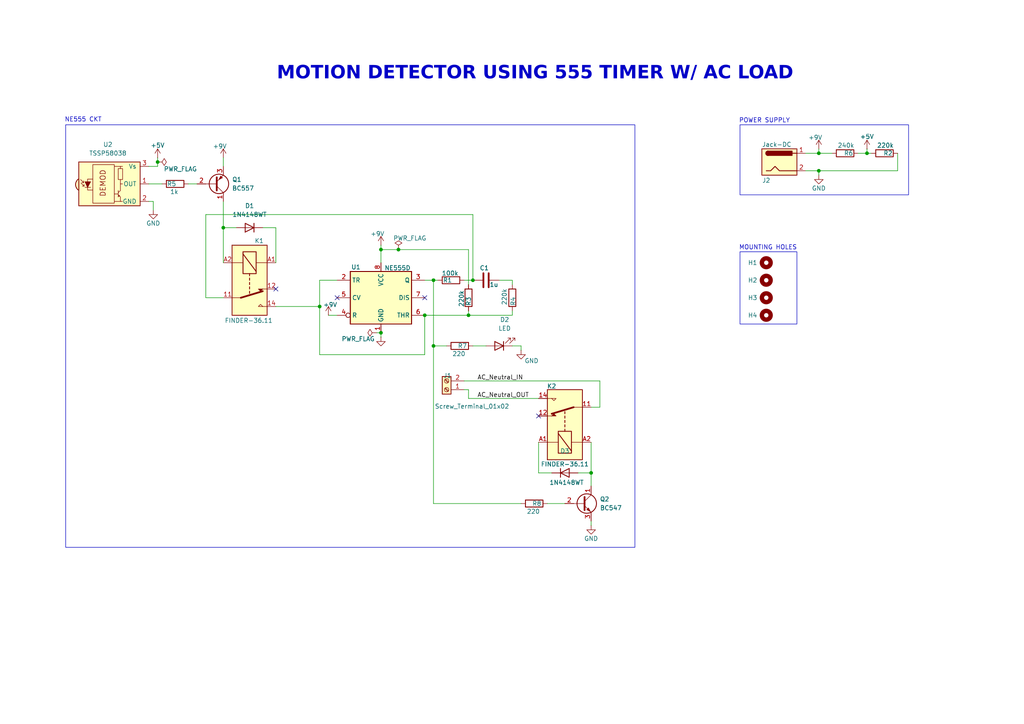
<source format=kicad_sch>
(kicad_sch
	(version 20250114)
	(generator "eeschema")
	(generator_version "9.0")
	(uuid "d05b7055-a677-4d09-97dc-1a183c9c71b0")
	(paper "A4")
	(title_block
		(title "Motion Detector using NE555 Timer (w/ AC Load)")
		(date "2025-11-25")
		(company "CHARUSAT")
		(comment 1 "ravil.r.patel@gmail.com")
		(comment 2 "Ravil Rahulkumar Patel")
	)
	(lib_symbols
		(symbol "Connector:Jack-DC"
			(pin_names
				(offset 1.016)
			)
			(exclude_from_sim no)
			(in_bom yes)
			(on_board yes)
			(property "Reference" "J"
				(at 0 5.334 0)
				(effects
					(font
						(size 1.27 1.27)
					)
				)
			)
			(property "Value" "Jack-DC"
				(at 0 -5.08 0)
				(effects
					(font
						(size 1.27 1.27)
					)
				)
			)
			(property "Footprint" ""
				(at 1.27 -1.016 0)
				(effects
					(font
						(size 1.27 1.27)
					)
					(hide yes)
				)
			)
			(property "Datasheet" "~"
				(at 1.27 -1.016 0)
				(effects
					(font
						(size 1.27 1.27)
					)
					(hide yes)
				)
			)
			(property "Description" "DC Barrel Jack"
				(at 0 0 0)
				(effects
					(font
						(size 1.27 1.27)
					)
					(hide yes)
				)
			)
			(property "ki_keywords" "DC power barrel jack connector"
				(at 0 0 0)
				(effects
					(font
						(size 1.27 1.27)
					)
					(hide yes)
				)
			)
			(property "ki_fp_filters" "BarrelJack*"
				(at 0 0 0)
				(effects
					(font
						(size 1.27 1.27)
					)
					(hide yes)
				)
			)
			(symbol "Jack-DC_0_1"
				(rectangle
					(start -5.08 3.81)
					(end 5.08 -3.81)
					(stroke
						(width 0.254)
						(type default)
					)
					(fill
						(type background)
					)
				)
				(polyline
					(pts
						(xy -3.81 -2.54) (xy -2.54 -2.54) (xy -1.27 -1.27) (xy 0 -2.54) (xy 2.54 -2.54) (xy 5.08 -2.54)
					)
					(stroke
						(width 0.254)
						(type default)
					)
					(fill
						(type none)
					)
				)
				(arc
					(start -3.302 1.905)
					(mid -3.9343 2.54)
					(end -3.302 3.175)
					(stroke
						(width 0.254)
						(type default)
					)
					(fill
						(type none)
					)
				)
				(arc
					(start -3.302 1.905)
					(mid -3.9343 2.54)
					(end -3.302 3.175)
					(stroke
						(width 0.254)
						(type default)
					)
					(fill
						(type outline)
					)
				)
				(rectangle
					(start 3.683 3.175)
					(end -3.302 1.905)
					(stroke
						(width 0.254)
						(type default)
					)
					(fill
						(type outline)
					)
				)
				(polyline
					(pts
						(xy 5.08 2.54) (xy 3.81 2.54)
					)
					(stroke
						(width 0.254)
						(type default)
					)
					(fill
						(type none)
					)
				)
			)
			(symbol "Jack-DC_1_1"
				(pin passive line
					(at 7.62 2.54 180)
					(length 2.54)
					(name "~"
						(effects
							(font
								(size 1.27 1.27)
							)
						)
					)
					(number "1"
						(effects
							(font
								(size 1.27 1.27)
							)
						)
					)
				)
				(pin passive line
					(at 7.62 -2.54 180)
					(length 2.54)
					(name "~"
						(effects
							(font
								(size 1.27 1.27)
							)
						)
					)
					(number "2"
						(effects
							(font
								(size 1.27 1.27)
							)
						)
					)
				)
			)
			(embedded_fonts no)
		)
		(symbol "Connector:Screw_Terminal_01x02"
			(pin_names
				(offset 1.016)
				(hide yes)
			)
			(exclude_from_sim no)
			(in_bom yes)
			(on_board yes)
			(property "Reference" "J"
				(at 0 2.54 0)
				(effects
					(font
						(size 1.27 1.27)
					)
				)
			)
			(property "Value" "Screw_Terminal_01x02"
				(at 0 -5.08 0)
				(effects
					(font
						(size 1.27 1.27)
					)
				)
			)
			(property "Footprint" ""
				(at 0 0 0)
				(effects
					(font
						(size 1.27 1.27)
					)
					(hide yes)
				)
			)
			(property "Datasheet" "~"
				(at 0 0 0)
				(effects
					(font
						(size 1.27 1.27)
					)
					(hide yes)
				)
			)
			(property "Description" "Generic screw terminal, single row, 01x02, script generated (kicad-library-utils/schlib/autogen/connector/)"
				(at 0 0 0)
				(effects
					(font
						(size 1.27 1.27)
					)
					(hide yes)
				)
			)
			(property "ki_keywords" "screw terminal"
				(at 0 0 0)
				(effects
					(font
						(size 1.27 1.27)
					)
					(hide yes)
				)
			)
			(property "ki_fp_filters" "TerminalBlock*:*"
				(at 0 0 0)
				(effects
					(font
						(size 1.27 1.27)
					)
					(hide yes)
				)
			)
			(symbol "Screw_Terminal_01x02_1_1"
				(rectangle
					(start -1.27 1.27)
					(end 1.27 -3.81)
					(stroke
						(width 0.254)
						(type default)
					)
					(fill
						(type background)
					)
				)
				(polyline
					(pts
						(xy -0.5334 0.3302) (xy 0.3302 -0.508)
					)
					(stroke
						(width 0.1524)
						(type default)
					)
					(fill
						(type none)
					)
				)
				(polyline
					(pts
						(xy -0.5334 -2.2098) (xy 0.3302 -3.048)
					)
					(stroke
						(width 0.1524)
						(type default)
					)
					(fill
						(type none)
					)
				)
				(polyline
					(pts
						(xy -0.3556 0.508) (xy 0.508 -0.3302)
					)
					(stroke
						(width 0.1524)
						(type default)
					)
					(fill
						(type none)
					)
				)
				(polyline
					(pts
						(xy -0.3556 -2.032) (xy 0.508 -2.8702)
					)
					(stroke
						(width 0.1524)
						(type default)
					)
					(fill
						(type none)
					)
				)
				(circle
					(center 0 0)
					(radius 0.635)
					(stroke
						(width 0.1524)
						(type default)
					)
					(fill
						(type none)
					)
				)
				(circle
					(center 0 -2.54)
					(radius 0.635)
					(stroke
						(width 0.1524)
						(type default)
					)
					(fill
						(type none)
					)
				)
				(pin passive line
					(at -5.08 0 0)
					(length 3.81)
					(name "Pin_1"
						(effects
							(font
								(size 1.27 1.27)
							)
						)
					)
					(number "1"
						(effects
							(font
								(size 1.27 1.27)
							)
						)
					)
				)
				(pin passive line
					(at -5.08 -2.54 0)
					(length 3.81)
					(name "Pin_2"
						(effects
							(font
								(size 1.27 1.27)
							)
						)
					)
					(number "2"
						(effects
							(font
								(size 1.27 1.27)
							)
						)
					)
				)
			)
			(embedded_fonts no)
		)
		(symbol "Device:C"
			(pin_numbers
				(hide yes)
			)
			(pin_names
				(offset 0.254)
			)
			(exclude_from_sim no)
			(in_bom yes)
			(on_board yes)
			(property "Reference" "C"
				(at 0.635 2.54 0)
				(effects
					(font
						(size 1.27 1.27)
					)
					(justify left)
				)
			)
			(property "Value" "C"
				(at 0.635 -2.54 0)
				(effects
					(font
						(size 1.27 1.27)
					)
					(justify left)
				)
			)
			(property "Footprint" ""
				(at 0.9652 -3.81 0)
				(effects
					(font
						(size 1.27 1.27)
					)
					(hide yes)
				)
			)
			(property "Datasheet" "~"
				(at 0 0 0)
				(effects
					(font
						(size 1.27 1.27)
					)
					(hide yes)
				)
			)
			(property "Description" "Unpolarized capacitor"
				(at 0 0 0)
				(effects
					(font
						(size 1.27 1.27)
					)
					(hide yes)
				)
			)
			(property "ki_keywords" "cap capacitor"
				(at 0 0 0)
				(effects
					(font
						(size 1.27 1.27)
					)
					(hide yes)
				)
			)
			(property "ki_fp_filters" "C_*"
				(at 0 0 0)
				(effects
					(font
						(size 1.27 1.27)
					)
					(hide yes)
				)
			)
			(symbol "C_0_1"
				(polyline
					(pts
						(xy -2.032 0.762) (xy 2.032 0.762)
					)
					(stroke
						(width 0.508)
						(type default)
					)
					(fill
						(type none)
					)
				)
				(polyline
					(pts
						(xy -2.032 -0.762) (xy 2.032 -0.762)
					)
					(stroke
						(width 0.508)
						(type default)
					)
					(fill
						(type none)
					)
				)
			)
			(symbol "C_1_1"
				(pin passive line
					(at 0 3.81 270)
					(length 2.794)
					(name "~"
						(effects
							(font
								(size 1.27 1.27)
							)
						)
					)
					(number "1"
						(effects
							(font
								(size 1.27 1.27)
							)
						)
					)
				)
				(pin passive line
					(at 0 -3.81 90)
					(length 2.794)
					(name "~"
						(effects
							(font
								(size 1.27 1.27)
							)
						)
					)
					(number "2"
						(effects
							(font
								(size 1.27 1.27)
							)
						)
					)
				)
			)
			(embedded_fonts no)
		)
		(symbol "Device:LED"
			(pin_numbers
				(hide yes)
			)
			(pin_names
				(offset 1.016)
				(hide yes)
			)
			(exclude_from_sim no)
			(in_bom yes)
			(on_board yes)
			(property "Reference" "D"
				(at 0 2.54 0)
				(effects
					(font
						(size 1.27 1.27)
					)
				)
			)
			(property "Value" "LED"
				(at 0 -2.54 0)
				(effects
					(font
						(size 1.27 1.27)
					)
				)
			)
			(property "Footprint" ""
				(at 0 0 0)
				(effects
					(font
						(size 1.27 1.27)
					)
					(hide yes)
				)
			)
			(property "Datasheet" "~"
				(at 0 0 0)
				(effects
					(font
						(size 1.27 1.27)
					)
					(hide yes)
				)
			)
			(property "Description" "Light emitting diode"
				(at 0 0 0)
				(effects
					(font
						(size 1.27 1.27)
					)
					(hide yes)
				)
			)
			(property "Sim.Pins" "1=K 2=A"
				(at 0 0 0)
				(effects
					(font
						(size 1.27 1.27)
					)
					(hide yes)
				)
			)
			(property "ki_keywords" "LED diode"
				(at 0 0 0)
				(effects
					(font
						(size 1.27 1.27)
					)
					(hide yes)
				)
			)
			(property "ki_fp_filters" "LED* LED_SMD:* LED_THT:*"
				(at 0 0 0)
				(effects
					(font
						(size 1.27 1.27)
					)
					(hide yes)
				)
			)
			(symbol "LED_0_1"
				(polyline
					(pts
						(xy -3.048 -0.762) (xy -4.572 -2.286) (xy -3.81 -2.286) (xy -4.572 -2.286) (xy -4.572 -1.524)
					)
					(stroke
						(width 0)
						(type default)
					)
					(fill
						(type none)
					)
				)
				(polyline
					(pts
						(xy -1.778 -0.762) (xy -3.302 -2.286) (xy -2.54 -2.286) (xy -3.302 -2.286) (xy -3.302 -1.524)
					)
					(stroke
						(width 0)
						(type default)
					)
					(fill
						(type none)
					)
				)
				(polyline
					(pts
						(xy -1.27 0) (xy 1.27 0)
					)
					(stroke
						(width 0)
						(type default)
					)
					(fill
						(type none)
					)
				)
				(polyline
					(pts
						(xy -1.27 -1.27) (xy -1.27 1.27)
					)
					(stroke
						(width 0.254)
						(type default)
					)
					(fill
						(type none)
					)
				)
				(polyline
					(pts
						(xy 1.27 -1.27) (xy 1.27 1.27) (xy -1.27 0) (xy 1.27 -1.27)
					)
					(stroke
						(width 0.254)
						(type default)
					)
					(fill
						(type none)
					)
				)
			)
			(symbol "LED_1_1"
				(pin passive line
					(at -3.81 0 0)
					(length 2.54)
					(name "K"
						(effects
							(font
								(size 1.27 1.27)
							)
						)
					)
					(number "1"
						(effects
							(font
								(size 1.27 1.27)
							)
						)
					)
				)
				(pin passive line
					(at 3.81 0 180)
					(length 2.54)
					(name "A"
						(effects
							(font
								(size 1.27 1.27)
							)
						)
					)
					(number "2"
						(effects
							(font
								(size 1.27 1.27)
							)
						)
					)
				)
			)
			(embedded_fonts no)
		)
		(symbol "Device:R"
			(pin_numbers
				(hide yes)
			)
			(pin_names
				(offset 0)
			)
			(exclude_from_sim no)
			(in_bom yes)
			(on_board yes)
			(property "Reference" "R"
				(at 2.032 0 90)
				(effects
					(font
						(size 1.27 1.27)
					)
				)
			)
			(property "Value" "R"
				(at 0 0 90)
				(effects
					(font
						(size 1.27 1.27)
					)
				)
			)
			(property "Footprint" ""
				(at -1.778 0 90)
				(effects
					(font
						(size 1.27 1.27)
					)
					(hide yes)
				)
			)
			(property "Datasheet" "~"
				(at 0 0 0)
				(effects
					(font
						(size 1.27 1.27)
					)
					(hide yes)
				)
			)
			(property "Description" "Resistor"
				(at 0 0 0)
				(effects
					(font
						(size 1.27 1.27)
					)
					(hide yes)
				)
			)
			(property "ki_keywords" "R res resistor"
				(at 0 0 0)
				(effects
					(font
						(size 1.27 1.27)
					)
					(hide yes)
				)
			)
			(property "ki_fp_filters" "R_*"
				(at 0 0 0)
				(effects
					(font
						(size 1.27 1.27)
					)
					(hide yes)
				)
			)
			(symbol "R_0_1"
				(rectangle
					(start -1.016 -2.54)
					(end 1.016 2.54)
					(stroke
						(width 0.254)
						(type default)
					)
					(fill
						(type none)
					)
				)
			)
			(symbol "R_1_1"
				(pin passive line
					(at 0 3.81 270)
					(length 1.27)
					(name "~"
						(effects
							(font
								(size 1.27 1.27)
							)
						)
					)
					(number "1"
						(effects
							(font
								(size 1.27 1.27)
							)
						)
					)
				)
				(pin passive line
					(at 0 -3.81 90)
					(length 1.27)
					(name "~"
						(effects
							(font
								(size 1.27 1.27)
							)
						)
					)
					(number "2"
						(effects
							(font
								(size 1.27 1.27)
							)
						)
					)
				)
			)
			(embedded_fonts no)
		)
		(symbol "Diode:1N4148WT"
			(pin_numbers
				(hide yes)
			)
			(pin_names
				(hide yes)
			)
			(exclude_from_sim no)
			(in_bom yes)
			(on_board yes)
			(property "Reference" "D"
				(at 0 2.54 0)
				(effects
					(font
						(size 1.27 1.27)
					)
				)
			)
			(property "Value" "1N4148WT"
				(at 0 -2.54 0)
				(effects
					(font
						(size 1.27 1.27)
					)
				)
			)
			(property "Footprint" "Diode_SMD:D_SOD-523"
				(at 0 -4.445 0)
				(effects
					(font
						(size 1.27 1.27)
					)
					(hide yes)
				)
			)
			(property "Datasheet" "https://www.diodes.com/assets/Datasheets/ds30396.pdf"
				(at 0 0 0)
				(effects
					(font
						(size 1.27 1.27)
					)
					(hide yes)
				)
			)
			(property "Description" "75V 0.15A Fast switching Diode, SOD-523"
				(at 0 0 0)
				(effects
					(font
						(size 1.27 1.27)
					)
					(hide yes)
				)
			)
			(property "Sim.Device" "D"
				(at 0 0 0)
				(effects
					(font
						(size 1.27 1.27)
					)
					(hide yes)
				)
			)
			(property "Sim.Pins" "1=K 2=A"
				(at 0 0 0)
				(effects
					(font
						(size 1.27 1.27)
					)
					(hide yes)
				)
			)
			(property "ki_keywords" "diode"
				(at 0 0 0)
				(effects
					(font
						(size 1.27 1.27)
					)
					(hide yes)
				)
			)
			(property "ki_fp_filters" "D*SOD?523*"
				(at 0 0 0)
				(effects
					(font
						(size 1.27 1.27)
					)
					(hide yes)
				)
			)
			(symbol "1N4148WT_0_1"
				(polyline
					(pts
						(xy -1.27 1.27) (xy -1.27 -1.27)
					)
					(stroke
						(width 0.254)
						(type default)
					)
					(fill
						(type none)
					)
				)
				(polyline
					(pts
						(xy 1.27 1.27) (xy 1.27 -1.27) (xy -1.27 0) (xy 1.27 1.27)
					)
					(stroke
						(width 0.254)
						(type default)
					)
					(fill
						(type none)
					)
				)
				(polyline
					(pts
						(xy 1.27 0) (xy -1.27 0)
					)
					(stroke
						(width 0)
						(type default)
					)
					(fill
						(type none)
					)
				)
			)
			(symbol "1N4148WT_1_1"
				(pin passive line
					(at -3.81 0 0)
					(length 2.54)
					(name "K"
						(effects
							(font
								(size 1.27 1.27)
							)
						)
					)
					(number "1"
						(effects
							(font
								(size 1.27 1.27)
							)
						)
					)
				)
				(pin passive line
					(at 3.81 0 180)
					(length 2.54)
					(name "A"
						(effects
							(font
								(size 1.27 1.27)
							)
						)
					)
					(number "2"
						(effects
							(font
								(size 1.27 1.27)
							)
						)
					)
				)
			)
			(embedded_fonts no)
		)
		(symbol "Mechanical:MountingHole"
			(pin_names
				(offset 1.016)
			)
			(exclude_from_sim no)
			(in_bom no)
			(on_board yes)
			(property "Reference" "H"
				(at 0 5.08 0)
				(effects
					(font
						(size 1.27 1.27)
					)
				)
			)
			(property "Value" "MountingHole"
				(at 0 3.175 0)
				(effects
					(font
						(size 1.27 1.27)
					)
				)
			)
			(property "Footprint" ""
				(at 0 0 0)
				(effects
					(font
						(size 1.27 1.27)
					)
					(hide yes)
				)
			)
			(property "Datasheet" "~"
				(at 0 0 0)
				(effects
					(font
						(size 1.27 1.27)
					)
					(hide yes)
				)
			)
			(property "Description" "Mounting Hole without connection"
				(at 0 0 0)
				(effects
					(font
						(size 1.27 1.27)
					)
					(hide yes)
				)
			)
			(property "ki_keywords" "mounting hole"
				(at 0 0 0)
				(effects
					(font
						(size 1.27 1.27)
					)
					(hide yes)
				)
			)
			(property "ki_fp_filters" "MountingHole*"
				(at 0 0 0)
				(effects
					(font
						(size 1.27 1.27)
					)
					(hide yes)
				)
			)
			(symbol "MountingHole_0_1"
				(circle
					(center 0 0)
					(radius 1.27)
					(stroke
						(width 1.27)
						(type default)
					)
					(fill
						(type none)
					)
				)
			)
			(embedded_fonts no)
		)
		(symbol "Relay:FINDER-36.11"
			(exclude_from_sim no)
			(in_bom yes)
			(on_board yes)
			(property "Reference" "K"
				(at 11.43 3.81 0)
				(effects
					(font
						(size 1.27 1.27)
					)
					(justify left)
				)
			)
			(property "Value" "FINDER-36.11"
				(at 11.43 1.27 0)
				(effects
					(font
						(size 1.27 1.27)
					)
					(justify left)
				)
			)
			(property "Footprint" "Relay_THT:Relay_SPDT_Finder_36.11"
				(at 32.258 -0.762 0)
				(effects
					(font
						(size 1.27 1.27)
					)
					(hide yes)
				)
			)
			(property "Datasheet" "https://gfinder.findernet.com/public/attachments/36/EN/S36EN.pdf"
				(at 0 0 0)
				(effects
					(font
						(size 1.27 1.27)
					)
					(hide yes)
				)
			)
			(property "Description" "FINDER 36.11, SPDT relay, 10A"
				(at 0 0 0)
				(effects
					(font
						(size 1.27 1.27)
					)
					(hide yes)
				)
			)
			(property "ki_keywords" "spdt relay"
				(at 0 0 0)
				(effects
					(font
						(size 1.27 1.27)
					)
					(hide yes)
				)
			)
			(property "ki_fp_filters" "Relay*SPDT*Finder*36.11*"
				(at 0 0 0)
				(effects
					(font
						(size 1.27 1.27)
					)
					(hide yes)
				)
			)
			(symbol "FINDER-36.11_0_0"
				(polyline
					(pts
						(xy 2.54 3.81) (xy 2.54 5.08)
					)
					(stroke
						(width 0)
						(type default)
					)
					(fill
						(type none)
					)
				)
				(polyline
					(pts
						(xy 7.62 3.81) (xy 7.62 5.08)
					)
					(stroke
						(width 0)
						(type default)
					)
					(fill
						(type none)
					)
				)
				(polyline
					(pts
						(xy 7.62 3.81) (xy 7.62 2.54) (xy 6.985 3.175) (xy 7.62 3.81)
					)
					(stroke
						(width 0)
						(type default)
					)
					(fill
						(type none)
					)
				)
			)
			(symbol "FINDER-36.11_0_1"
				(rectangle
					(start -10.16 5.08)
					(end 10.16 -5.08)
					(stroke
						(width 0.254)
						(type default)
					)
					(fill
						(type background)
					)
				)
				(rectangle
					(start -8.255 1.905)
					(end -1.905 -1.905)
					(stroke
						(width 0.254)
						(type default)
					)
					(fill
						(type none)
					)
				)
				(polyline
					(pts
						(xy -7.62 -1.905) (xy -2.54 1.905)
					)
					(stroke
						(width 0.254)
						(type default)
					)
					(fill
						(type none)
					)
				)
				(polyline
					(pts
						(xy -5.08 5.08) (xy -5.08 1.905)
					)
					(stroke
						(width 0)
						(type default)
					)
					(fill
						(type none)
					)
				)
				(polyline
					(pts
						(xy -5.08 -5.08) (xy -5.08 -1.905)
					)
					(stroke
						(width 0)
						(type default)
					)
					(fill
						(type none)
					)
				)
				(polyline
					(pts
						(xy -1.905 0) (xy -1.27 0)
					)
					(stroke
						(width 0.254)
						(type default)
					)
					(fill
						(type none)
					)
				)
				(polyline
					(pts
						(xy -0.635 0) (xy 0 0)
					)
					(stroke
						(width 0.254)
						(type default)
					)
					(fill
						(type none)
					)
				)
				(polyline
					(pts
						(xy 0.635 0) (xy 1.27 0)
					)
					(stroke
						(width 0.254)
						(type default)
					)
					(fill
						(type none)
					)
				)
				(polyline
					(pts
						(xy 1.905 0) (xy 2.54 0)
					)
					(stroke
						(width 0.254)
						(type default)
					)
					(fill
						(type none)
					)
				)
				(polyline
					(pts
						(xy 2.54 3.81) (xy 2.54 2.54) (xy 3.175 3.175) (xy 2.54 3.81)
					)
					(stroke
						(width 0)
						(type default)
					)
					(fill
						(type outline)
					)
				)
				(polyline
					(pts
						(xy 3.175 0) (xy 3.81 0)
					)
					(stroke
						(width 0.254)
						(type default)
					)
					(fill
						(type none)
					)
				)
				(polyline
					(pts
						(xy 5.08 -2.54) (xy 3.175 3.81)
					)
					(stroke
						(width 0.508)
						(type default)
					)
					(fill
						(type none)
					)
				)
				(polyline
					(pts
						(xy 5.08 -2.54) (xy 5.08 -5.08)
					)
					(stroke
						(width 0)
						(type default)
					)
					(fill
						(type none)
					)
				)
			)
			(symbol "FINDER-36.11_1_1"
				(pin passive line
					(at -5.08 7.62 270)
					(length 2.54)
					(name "~"
						(effects
							(font
								(size 1.27 1.27)
							)
						)
					)
					(number "A1"
						(effects
							(font
								(size 1.27 1.27)
							)
						)
					)
				)
				(pin passive line
					(at -5.08 -7.62 90)
					(length 2.54)
					(name "~"
						(effects
							(font
								(size 1.27 1.27)
							)
						)
					)
					(number "A2"
						(effects
							(font
								(size 1.27 1.27)
							)
						)
					)
				)
				(pin passive line
					(at 2.54 7.62 270)
					(length 2.54)
					(name "~"
						(effects
							(font
								(size 1.27 1.27)
							)
						)
					)
					(number "12"
						(effects
							(font
								(size 1.27 1.27)
							)
						)
					)
				)
				(pin passive line
					(at 5.08 -7.62 90)
					(length 2.54)
					(name "~"
						(effects
							(font
								(size 1.27 1.27)
							)
						)
					)
					(number "11"
						(effects
							(font
								(size 1.27 1.27)
							)
						)
					)
				)
				(pin passive line
					(at 7.62 7.62 270)
					(length 2.54)
					(name "~"
						(effects
							(font
								(size 1.27 1.27)
							)
						)
					)
					(number "14"
						(effects
							(font
								(size 1.27 1.27)
							)
						)
					)
				)
			)
			(embedded_fonts no)
		)
		(symbol "Sensor_Proximity:TSSP58038"
			(pin_names
				(offset 1.016)
			)
			(exclude_from_sim no)
			(in_bom yes)
			(on_board yes)
			(property "Reference" "U"
				(at -10.16 7.62 0)
				(effects
					(font
						(size 1.27 1.27)
					)
					(justify left)
				)
			)
			(property "Value" "TSSP58038"
				(at -10.16 -7.62 0)
				(effects
					(font
						(size 1.27 1.27)
					)
					(justify left)
				)
			)
			(property "Footprint" "OptoDevice:Vishay_MINICAST-3Pin"
				(at -1.27 -9.525 0)
				(effects
					(font
						(size 1.27 1.27)
					)
					(hide yes)
				)
			)
			(property "Datasheet" "http://www.vishay.com/docs/82476/tssp58p38.pdf"
				(at 16.51 7.62 0)
				(effects
					(font
						(size 1.27 1.27)
					)
					(hide yes)
				)
			)
			(property "Description" "IR Detector for Mid Range Proximity Sensor"
				(at 0 0 0)
				(effects
					(font
						(size 1.27 1.27)
					)
					(hide yes)
				)
			)
			(property "ki_keywords" "opto IR receiver proximity sensor"
				(at 0 0 0)
				(effects
					(font
						(size 1.27 1.27)
					)
					(hide yes)
				)
			)
			(property "ki_fp_filters" "Vishay*MINICAST*"
				(at 0 0 0)
				(effects
					(font
						(size 1.27 1.27)
					)
					(hide yes)
				)
			)
			(symbol "TSSP58038_0_0"
				(arc
					(start -10.287 -1.778)
					(mid -11.0899 -0.1905)
					(end -10.287 1.397)
					(stroke
						(width 0.254)
						(type default)
					)
					(fill
						(type background)
					)
				)
				(polyline
					(pts
						(xy 1.905 5.08) (xy 0.127 5.08)
					)
					(stroke
						(width 0)
						(type default)
					)
					(fill
						(type none)
					)
				)
				(polyline
					(pts
						(xy 1.905 -5.08) (xy 0.127 -5.08)
					)
					(stroke
						(width 0)
						(type default)
					)
					(fill
						(type none)
					)
				)
				(text "DEMOD"
					(at -3.175 0.254 900)
					(effects
						(font
							(size 1.524 1.524)
						)
					)
				)
			)
			(symbol "TSSP58038_0_1"
				(polyline
					(pts
						(xy -8.763 0.381) (xy -9.652 1.27)
					)
					(stroke
						(width 0)
						(type default)
					)
					(fill
						(type none)
					)
				)
				(polyline
					(pts
						(xy -8.763 0.381) (xy -9.271 0.381)
					)
					(stroke
						(width 0)
						(type default)
					)
					(fill
						(type none)
					)
				)
				(polyline
					(pts
						(xy -8.763 0.381) (xy -8.763 0.889)
					)
					(stroke
						(width 0)
						(type default)
					)
					(fill
						(type none)
					)
				)
				(polyline
					(pts
						(xy -8.636 -0.635) (xy -9.525 0.254)
					)
					(stroke
						(width 0)
						(type default)
					)
					(fill
						(type none)
					)
				)
				(polyline
					(pts
						(xy -8.636 -0.635) (xy -9.144 -0.635)
					)
					(stroke
						(width 0)
						(type default)
					)
					(fill
						(type none)
					)
				)
				(polyline
					(pts
						(xy -8.636 -0.635) (xy -8.636 -0.127)
					)
					(stroke
						(width 0)
						(type default)
					)
					(fill
						(type none)
					)
				)
				(polyline
					(pts
						(xy -8.382 0.635) (xy -6.731 0.635) (xy -7.62 -1.016) (xy -8.382 0.635)
					)
					(stroke
						(width 0)
						(type default)
					)
					(fill
						(type outline)
					)
				)
				(polyline
					(pts
						(xy -8.382 -1.016) (xy -6.731 -1.016)
					)
					(stroke
						(width 0)
						(type default)
					)
					(fill
						(type none)
					)
				)
				(rectangle
					(start -6.096 5.588)
					(end 0.127 -5.588)
					(stroke
						(width 0)
						(type default)
					)
					(fill
						(type none)
					)
				)
				(polyline
					(pts
						(xy -6.096 1.397) (xy -7.62 1.397) (xy -7.62 -1.778) (xy -6.096 -1.778)
					)
					(stroke
						(width 0)
						(type default)
					)
					(fill
						(type none)
					)
				)
				(polyline
					(pts
						(xy 1.27 -1.905) (xy 1.27 -3.81)
					)
					(stroke
						(width 0)
						(type default)
					)
					(fill
						(type none)
					)
				)
				(polyline
					(pts
						(xy 1.27 -2.54) (xy 1.905 -1.905) (xy 1.905 0) (xy 2.54 0)
					)
					(stroke
						(width 0)
						(type default)
					)
					(fill
						(type none)
					)
				)
				(polyline
					(pts
						(xy 1.27 -2.921) (xy 0.127 -2.921)
					)
					(stroke
						(width 0)
						(type default)
					)
					(fill
						(type none)
					)
				)
				(polyline
					(pts
						(xy 1.27 -3.175) (xy 1.905 -3.81) (xy 1.905 -5.08) (xy 2.54 -5.08)
					)
					(stroke
						(width 0)
						(type default)
					)
					(fill
						(type none)
					)
				)
				(polyline
					(pts
						(xy 1.397 -3.556) (xy 1.524 -3.556)
					)
					(stroke
						(width 0)
						(type default)
					)
					(fill
						(type none)
					)
				)
				(polyline
					(pts
						(xy 1.651 -3.556) (xy 1.524 -3.556)
					)
					(stroke
						(width 0)
						(type default)
					)
					(fill
						(type none)
					)
				)
				(polyline
					(pts
						(xy 1.651 -3.556) (xy 1.651 -3.302)
					)
					(stroke
						(width 0)
						(type default)
					)
					(fill
						(type none)
					)
				)
				(polyline
					(pts
						(xy 1.905 4.445) (xy 1.905 5.08) (xy 2.54 5.08)
					)
					(stroke
						(width 0)
						(type default)
					)
					(fill
						(type none)
					)
				)
				(polyline
					(pts
						(xy 1.905 0) (xy 1.905 1.27)
					)
					(stroke
						(width 0)
						(type default)
					)
					(fill
						(type none)
					)
				)
				(rectangle
					(start 2.54 1.27)
					(end 1.27 4.445)
					(stroke
						(width 0)
						(type default)
					)
					(fill
						(type none)
					)
				)
				(rectangle
					(start 7.62 6.35)
					(end -10.16 -6.35)
					(stroke
						(width 0.254)
						(type default)
					)
					(fill
						(type background)
					)
				)
			)
			(symbol "TSSP58038_1_1"
				(pin power_in line
					(at 10.16 5.08 180)
					(length 2.54)
					(name "Vs"
						(effects
							(font
								(size 1.27 1.27)
							)
						)
					)
					(number "3"
						(effects
							(font
								(size 1.27 1.27)
							)
						)
					)
				)
				(pin output line
					(at 10.16 0 180)
					(length 2.54)
					(name "OUT"
						(effects
							(font
								(size 1.27 1.27)
							)
						)
					)
					(number "1"
						(effects
							(font
								(size 1.27 1.27)
							)
						)
					)
				)
				(pin power_in line
					(at 10.16 -5.08 180)
					(length 2.54)
					(name "GND"
						(effects
							(font
								(size 1.27 1.27)
							)
						)
					)
					(number "2"
						(effects
							(font
								(size 1.27 1.27)
							)
						)
					)
				)
			)
			(embedded_fonts no)
		)
		(symbol "Timer:NE555D"
			(exclude_from_sim no)
			(in_bom yes)
			(on_board yes)
			(property "Reference" "U"
				(at -10.16 8.89 0)
				(effects
					(font
						(size 1.27 1.27)
					)
					(justify left)
				)
			)
			(property "Value" "NE555D"
				(at 2.54 8.89 0)
				(effects
					(font
						(size 1.27 1.27)
					)
					(justify left)
				)
			)
			(property "Footprint" "Package_SO:SOIC-8_3.9x4.9mm_P1.27mm"
				(at 21.59 -10.16 0)
				(effects
					(font
						(size 1.27 1.27)
					)
					(hide yes)
				)
			)
			(property "Datasheet" "http://www.ti.com/lit/ds/symlink/ne555.pdf"
				(at 21.59 -10.16 0)
				(effects
					(font
						(size 1.27 1.27)
					)
					(hide yes)
				)
			)
			(property "Description" "Precision Timers, 555 compatible, SOIC-8"
				(at 0 0 0)
				(effects
					(font
						(size 1.27 1.27)
					)
					(hide yes)
				)
			)
			(property "ki_keywords" "single timer 555"
				(at 0 0 0)
				(effects
					(font
						(size 1.27 1.27)
					)
					(hide yes)
				)
			)
			(property "ki_fp_filters" "SOIC*3.9x4.9mm*P1.27mm*"
				(at 0 0 0)
				(effects
					(font
						(size 1.27 1.27)
					)
					(hide yes)
				)
			)
			(symbol "NE555D_0_0"
				(pin power_in line
					(at 0 10.16 270)
					(length 2.54)
					(name "VCC"
						(effects
							(font
								(size 1.27 1.27)
							)
						)
					)
					(number "8"
						(effects
							(font
								(size 1.27 1.27)
							)
						)
					)
				)
				(pin power_in line
					(at 0 -10.16 90)
					(length 2.54)
					(name "GND"
						(effects
							(font
								(size 1.27 1.27)
							)
						)
					)
					(number "1"
						(effects
							(font
								(size 1.27 1.27)
							)
						)
					)
				)
			)
			(symbol "NE555D_0_1"
				(rectangle
					(start -8.89 -7.62)
					(end 8.89 7.62)
					(stroke
						(width 0.254)
						(type default)
					)
					(fill
						(type background)
					)
				)
				(rectangle
					(start -8.89 -7.62)
					(end 8.89 7.62)
					(stroke
						(width 0.254)
						(type default)
					)
					(fill
						(type background)
					)
				)
			)
			(symbol "NE555D_1_1"
				(pin input line
					(at -12.7 5.08 0)
					(length 3.81)
					(name "TR"
						(effects
							(font
								(size 1.27 1.27)
							)
						)
					)
					(number "2"
						(effects
							(font
								(size 1.27 1.27)
							)
						)
					)
				)
				(pin input line
					(at -12.7 0 0)
					(length 3.81)
					(name "CV"
						(effects
							(font
								(size 1.27 1.27)
							)
						)
					)
					(number "5"
						(effects
							(font
								(size 1.27 1.27)
							)
						)
					)
				)
				(pin input inverted
					(at -12.7 -5.08 0)
					(length 3.81)
					(name "R"
						(effects
							(font
								(size 1.27 1.27)
							)
						)
					)
					(number "4"
						(effects
							(font
								(size 1.27 1.27)
							)
						)
					)
				)
				(pin output line
					(at 12.7 5.08 180)
					(length 3.81)
					(name "Q"
						(effects
							(font
								(size 1.27 1.27)
							)
						)
					)
					(number "3"
						(effects
							(font
								(size 1.27 1.27)
							)
						)
					)
				)
				(pin input line
					(at 12.7 0 180)
					(length 3.81)
					(name "DIS"
						(effects
							(font
								(size 1.27 1.27)
							)
						)
					)
					(number "7"
						(effects
							(font
								(size 1.27 1.27)
							)
						)
					)
				)
				(pin input line
					(at 12.7 -5.08 180)
					(length 3.81)
					(name "THR"
						(effects
							(font
								(size 1.27 1.27)
							)
						)
					)
					(number "6"
						(effects
							(font
								(size 1.27 1.27)
							)
						)
					)
				)
			)
			(embedded_fonts no)
		)
		(symbol "Transistor_BJT:BC547"
			(pin_names
				(offset 0)
				(hide yes)
			)
			(exclude_from_sim no)
			(in_bom yes)
			(on_board yes)
			(property "Reference" "Q"
				(at 5.08 1.905 0)
				(effects
					(font
						(size 1.27 1.27)
					)
					(justify left)
				)
			)
			(property "Value" "BC547"
				(at 5.08 0 0)
				(effects
					(font
						(size 1.27 1.27)
					)
					(justify left)
				)
			)
			(property "Footprint" "Package_TO_SOT_THT:TO-92_Inline"
				(at 5.08 -1.905 0)
				(effects
					(font
						(size 1.27 1.27)
						(italic yes)
					)
					(justify left)
					(hide yes)
				)
			)
			(property "Datasheet" "https://www.onsemi.com/pub/Collateral/BC550-D.pdf"
				(at 0 0 0)
				(effects
					(font
						(size 1.27 1.27)
					)
					(justify left)
					(hide yes)
				)
			)
			(property "Description" "0.1A Ic, 45V Vce, Small Signal NPN Transistor, TO-92"
				(at 0 0 0)
				(effects
					(font
						(size 1.27 1.27)
					)
					(hide yes)
				)
			)
			(property "ki_keywords" "NPN Transistor"
				(at 0 0 0)
				(effects
					(font
						(size 1.27 1.27)
					)
					(hide yes)
				)
			)
			(property "ki_fp_filters" "TO?92*"
				(at 0 0 0)
				(effects
					(font
						(size 1.27 1.27)
					)
					(hide yes)
				)
			)
			(symbol "BC547_0_1"
				(polyline
					(pts
						(xy -2.54 0) (xy 0.635 0)
					)
					(stroke
						(width 0)
						(type default)
					)
					(fill
						(type none)
					)
				)
				(polyline
					(pts
						(xy 0.635 1.905) (xy 0.635 -1.905)
					)
					(stroke
						(width 0.508)
						(type default)
					)
					(fill
						(type none)
					)
				)
				(circle
					(center 1.27 0)
					(radius 2.8194)
					(stroke
						(width 0.254)
						(type default)
					)
					(fill
						(type none)
					)
				)
			)
			(symbol "BC547_1_1"
				(polyline
					(pts
						(xy 0.635 0.635) (xy 2.54 2.54)
					)
					(stroke
						(width 0)
						(type default)
					)
					(fill
						(type none)
					)
				)
				(polyline
					(pts
						(xy 0.635 -0.635) (xy 2.54 -2.54)
					)
					(stroke
						(width 0)
						(type default)
					)
					(fill
						(type none)
					)
				)
				(polyline
					(pts
						(xy 1.27 -1.778) (xy 1.778 -1.27) (xy 2.286 -2.286) (xy 1.27 -1.778)
					)
					(stroke
						(width 0)
						(type default)
					)
					(fill
						(type outline)
					)
				)
				(pin input line
					(at -5.08 0 0)
					(length 2.54)
					(name "B"
						(effects
							(font
								(size 1.27 1.27)
							)
						)
					)
					(number "2"
						(effects
							(font
								(size 1.27 1.27)
							)
						)
					)
				)
				(pin passive line
					(at 2.54 5.08 270)
					(length 2.54)
					(name "C"
						(effects
							(font
								(size 1.27 1.27)
							)
						)
					)
					(number "1"
						(effects
							(font
								(size 1.27 1.27)
							)
						)
					)
				)
				(pin passive line
					(at 2.54 -5.08 90)
					(length 2.54)
					(name "E"
						(effects
							(font
								(size 1.27 1.27)
							)
						)
					)
					(number "3"
						(effects
							(font
								(size 1.27 1.27)
							)
						)
					)
				)
			)
			(embedded_fonts no)
		)
		(symbol "Transistor_BJT:BC557"
			(pin_names
				(offset 0)
				(hide yes)
			)
			(exclude_from_sim no)
			(in_bom yes)
			(on_board yes)
			(property "Reference" "Q"
				(at 5.08 1.905 0)
				(effects
					(font
						(size 1.27 1.27)
					)
					(justify left)
				)
			)
			(property "Value" "BC557"
				(at 5.08 0 0)
				(effects
					(font
						(size 1.27 1.27)
					)
					(justify left)
				)
			)
			(property "Footprint" "Package_TO_SOT_THT:TO-92_Inline"
				(at 5.08 -1.905 0)
				(effects
					(font
						(size 1.27 1.27)
						(italic yes)
					)
					(justify left)
					(hide yes)
				)
			)
			(property "Datasheet" "https://www.onsemi.com/pub/Collateral/BC556BTA-D.pdf"
				(at 0 0 0)
				(effects
					(font
						(size 1.27 1.27)
					)
					(justify left)
					(hide yes)
				)
			)
			(property "Description" "0.1A Ic, 45V Vce, PNP Small Signal Transistor, TO-92"
				(at 0 0 0)
				(effects
					(font
						(size 1.27 1.27)
					)
					(hide yes)
				)
			)
			(property "ki_keywords" "PNP Transistor"
				(at 0 0 0)
				(effects
					(font
						(size 1.27 1.27)
					)
					(hide yes)
				)
			)
			(property "ki_fp_filters" "TO?92*"
				(at 0 0 0)
				(effects
					(font
						(size 1.27 1.27)
					)
					(hide yes)
				)
			)
			(symbol "BC557_0_1"
				(polyline
					(pts
						(xy -2.54 0) (xy 0.635 0)
					)
					(stroke
						(width 0)
						(type default)
					)
					(fill
						(type none)
					)
				)
				(polyline
					(pts
						(xy 0.635 1.905) (xy 0.635 -1.905)
					)
					(stroke
						(width 0.508)
						(type default)
					)
					(fill
						(type none)
					)
				)
				(polyline
					(pts
						(xy 0.635 0.635) (xy 2.54 2.54)
					)
					(stroke
						(width 0)
						(type default)
					)
					(fill
						(type none)
					)
				)
				(polyline
					(pts
						(xy 0.635 -0.635) (xy 2.54 -2.54)
					)
					(stroke
						(width 0)
						(type default)
					)
					(fill
						(type none)
					)
				)
				(circle
					(center 1.27 0)
					(radius 2.8194)
					(stroke
						(width 0.254)
						(type default)
					)
					(fill
						(type none)
					)
				)
				(polyline
					(pts
						(xy 2.286 -1.778) (xy 1.778 -2.286) (xy 1.27 -1.27) (xy 2.286 -1.778)
					)
					(stroke
						(width 0)
						(type default)
					)
					(fill
						(type outline)
					)
				)
			)
			(symbol "BC557_1_1"
				(pin input line
					(at -5.08 0 0)
					(length 2.54)
					(name "B"
						(effects
							(font
								(size 1.27 1.27)
							)
						)
					)
					(number "2"
						(effects
							(font
								(size 1.27 1.27)
							)
						)
					)
				)
				(pin passive line
					(at 2.54 5.08 270)
					(length 2.54)
					(name "C"
						(effects
							(font
								(size 1.27 1.27)
							)
						)
					)
					(number "1"
						(effects
							(font
								(size 1.27 1.27)
							)
						)
					)
				)
				(pin passive line
					(at 2.54 -5.08 90)
					(length 2.54)
					(name "E"
						(effects
							(font
								(size 1.27 1.27)
							)
						)
					)
					(number "3"
						(effects
							(font
								(size 1.27 1.27)
							)
						)
					)
				)
			)
			(embedded_fonts no)
		)
		(symbol "power:+5V"
			(power)
			(pin_numbers
				(hide yes)
			)
			(pin_names
				(offset 0)
				(hide yes)
			)
			(exclude_from_sim no)
			(in_bom yes)
			(on_board yes)
			(property "Reference" "#PWR"
				(at 0 -3.81 0)
				(effects
					(font
						(size 1.27 1.27)
					)
					(hide yes)
				)
			)
			(property "Value" "+5V"
				(at 0 3.556 0)
				(effects
					(font
						(size 1.27 1.27)
					)
				)
			)
			(property "Footprint" ""
				(at 0 0 0)
				(effects
					(font
						(size 1.27 1.27)
					)
					(hide yes)
				)
			)
			(property "Datasheet" ""
				(at 0 0 0)
				(effects
					(font
						(size 1.27 1.27)
					)
					(hide yes)
				)
			)
			(property "Description" "Power symbol creates a global label with name \"+5V\""
				(at 0 0 0)
				(effects
					(font
						(size 1.27 1.27)
					)
					(hide yes)
				)
			)
			(property "ki_keywords" "global power"
				(at 0 0 0)
				(effects
					(font
						(size 1.27 1.27)
					)
					(hide yes)
				)
			)
			(symbol "+5V_0_1"
				(polyline
					(pts
						(xy -0.762 1.27) (xy 0 2.54)
					)
					(stroke
						(width 0)
						(type default)
					)
					(fill
						(type none)
					)
				)
				(polyline
					(pts
						(xy 0 2.54) (xy 0.762 1.27)
					)
					(stroke
						(width 0)
						(type default)
					)
					(fill
						(type none)
					)
				)
				(polyline
					(pts
						(xy 0 0) (xy 0 2.54)
					)
					(stroke
						(width 0)
						(type default)
					)
					(fill
						(type none)
					)
				)
			)
			(symbol "+5V_1_1"
				(pin power_in line
					(at 0 0 90)
					(length 0)
					(name "~"
						(effects
							(font
								(size 1.27 1.27)
							)
						)
					)
					(number "1"
						(effects
							(font
								(size 1.27 1.27)
							)
						)
					)
				)
			)
			(embedded_fonts no)
		)
		(symbol "power:+9V"
			(power)
			(pin_numbers
				(hide yes)
			)
			(pin_names
				(offset 0)
				(hide yes)
			)
			(exclude_from_sim no)
			(in_bom yes)
			(on_board yes)
			(property "Reference" "#PWR"
				(at 0 -3.81 0)
				(effects
					(font
						(size 1.27 1.27)
					)
					(hide yes)
				)
			)
			(property "Value" "+9V"
				(at 0 3.556 0)
				(effects
					(font
						(size 1.27 1.27)
					)
				)
			)
			(property "Footprint" ""
				(at 0 0 0)
				(effects
					(font
						(size 1.27 1.27)
					)
					(hide yes)
				)
			)
			(property "Datasheet" ""
				(at 0 0 0)
				(effects
					(font
						(size 1.27 1.27)
					)
					(hide yes)
				)
			)
			(property "Description" "Power symbol creates a global label with name \"+9V\""
				(at 0 0 0)
				(effects
					(font
						(size 1.27 1.27)
					)
					(hide yes)
				)
			)
			(property "ki_keywords" "global power"
				(at 0 0 0)
				(effects
					(font
						(size 1.27 1.27)
					)
					(hide yes)
				)
			)
			(symbol "+9V_0_1"
				(polyline
					(pts
						(xy -0.762 1.27) (xy 0 2.54)
					)
					(stroke
						(width 0)
						(type default)
					)
					(fill
						(type none)
					)
				)
				(polyline
					(pts
						(xy 0 2.54) (xy 0.762 1.27)
					)
					(stroke
						(width 0)
						(type default)
					)
					(fill
						(type none)
					)
				)
				(polyline
					(pts
						(xy 0 0) (xy 0 2.54)
					)
					(stroke
						(width 0)
						(type default)
					)
					(fill
						(type none)
					)
				)
			)
			(symbol "+9V_1_1"
				(pin power_in line
					(at 0 0 90)
					(length 0)
					(name "~"
						(effects
							(font
								(size 1.27 1.27)
							)
						)
					)
					(number "1"
						(effects
							(font
								(size 1.27 1.27)
							)
						)
					)
				)
			)
			(embedded_fonts no)
		)
		(symbol "power:GND"
			(power)
			(pin_numbers
				(hide yes)
			)
			(pin_names
				(offset 0)
				(hide yes)
			)
			(exclude_from_sim no)
			(in_bom yes)
			(on_board yes)
			(property "Reference" "#PWR"
				(at 0 -6.35 0)
				(effects
					(font
						(size 1.27 1.27)
					)
					(hide yes)
				)
			)
			(property "Value" "GND"
				(at 0 -3.81 0)
				(effects
					(font
						(size 1.27 1.27)
					)
				)
			)
			(property "Footprint" ""
				(at 0 0 0)
				(effects
					(font
						(size 1.27 1.27)
					)
					(hide yes)
				)
			)
			(property "Datasheet" ""
				(at 0 0 0)
				(effects
					(font
						(size 1.27 1.27)
					)
					(hide yes)
				)
			)
			(property "Description" "Power symbol creates a global label with name \"GND\" , ground"
				(at 0 0 0)
				(effects
					(font
						(size 1.27 1.27)
					)
					(hide yes)
				)
			)
			(property "ki_keywords" "global power"
				(at 0 0 0)
				(effects
					(font
						(size 1.27 1.27)
					)
					(hide yes)
				)
			)
			(symbol "GND_0_1"
				(polyline
					(pts
						(xy 0 0) (xy 0 -1.27) (xy 1.27 -1.27) (xy 0 -2.54) (xy -1.27 -1.27) (xy 0 -1.27)
					)
					(stroke
						(width 0)
						(type default)
					)
					(fill
						(type none)
					)
				)
			)
			(symbol "GND_1_1"
				(pin power_in line
					(at 0 0 270)
					(length 0)
					(name "~"
						(effects
							(font
								(size 1.27 1.27)
							)
						)
					)
					(number "1"
						(effects
							(font
								(size 1.27 1.27)
							)
						)
					)
				)
			)
			(embedded_fonts no)
		)
		(symbol "power:PWR_FLAG"
			(power)
			(pin_numbers
				(hide yes)
			)
			(pin_names
				(offset 0)
				(hide yes)
			)
			(exclude_from_sim no)
			(in_bom yes)
			(on_board yes)
			(property "Reference" "#FLG"
				(at 0 1.905 0)
				(effects
					(font
						(size 1.27 1.27)
					)
					(hide yes)
				)
			)
			(property "Value" "PWR_FLAG"
				(at 0 3.81 0)
				(effects
					(font
						(size 1.27 1.27)
					)
				)
			)
			(property "Footprint" ""
				(at 0 0 0)
				(effects
					(font
						(size 1.27 1.27)
					)
					(hide yes)
				)
			)
			(property "Datasheet" "~"
				(at 0 0 0)
				(effects
					(font
						(size 1.27 1.27)
					)
					(hide yes)
				)
			)
			(property "Description" "Special symbol for telling ERC where power comes from"
				(at 0 0 0)
				(effects
					(font
						(size 1.27 1.27)
					)
					(hide yes)
				)
			)
			(property "ki_keywords" "flag power"
				(at 0 0 0)
				(effects
					(font
						(size 1.27 1.27)
					)
					(hide yes)
				)
			)
			(symbol "PWR_FLAG_0_0"
				(pin power_out line
					(at 0 0 90)
					(length 0)
					(name "~"
						(effects
							(font
								(size 1.27 1.27)
							)
						)
					)
					(number "1"
						(effects
							(font
								(size 1.27 1.27)
							)
						)
					)
				)
			)
			(symbol "PWR_FLAG_0_1"
				(polyline
					(pts
						(xy 0 0) (xy 0 1.27) (xy -1.016 1.905) (xy 0 2.54) (xy 1.016 1.905) (xy 0 1.27)
					)
					(stroke
						(width 0)
						(type default)
					)
					(fill
						(type none)
					)
				)
			)
			(embedded_fonts no)
		)
	)
	(rectangle
		(start 19.05 36.195)
		(end 184.15 158.75)
		(stroke
			(width 0)
			(type default)
		)
		(fill
			(type none)
		)
		(uuid 3159c799-5b32-469a-8bae-f9e4058ea685)
	)
	(rectangle
		(start 214.63 73.025)
		(end 231.14 93.98)
		(stroke
			(width 0)
			(type default)
		)
		(fill
			(type none)
		)
		(uuid b36e736d-4c8b-4c3c-aad9-968a6281a069)
	)
	(rectangle
		(start 214.63 36.195)
		(end 263.525 56.515)
		(stroke
			(width 0)
			(type default)
		)
		(fill
			(type none)
		)
		(uuid c5639135-bdc5-4fea-89e1-912adbb8c826)
	)
	(text "MOTION DETECTOR USING 555 TIMER W/ AC LOAD"
		(exclude_from_sim no)
		(at 155.194 22.352 0)
		(effects
			(font
				(face "Arial Black")
				(size 3.81 3.81)
				(bold yes)
			)
		)
		(uuid "9952d749-8bad-432e-83c0-a6e6e1b32d08")
	)
	(text "POWER SUPPLY"
		(exclude_from_sim no)
		(at 221.742 35.052 0)
		(effects
			(font
				(size 1.27 1.27)
			)
		)
		(uuid "aa0f5c46-a7ca-4be4-876c-31d085c33a76")
	)
	(text "NE555 CKT"
		(exclude_from_sim no)
		(at 24.13 34.798 0)
		(effects
			(font
				(size 1.27 1.27)
			)
		)
		(uuid "ea51acab-2e65-45b0-8bcf-95488350869f")
	)
	(text "MOUNTING HOLES"
		(exclude_from_sim no)
		(at 222.758 71.882 0)
		(effects
			(font
				(size 1.27 1.27)
			)
		)
		(uuid "eedd709b-1b28-43a9-924c-78b66a42028d")
	)
	(junction
		(at 45.72 46.99)
		(diameter 0)
		(color 0 0 0 0)
		(uuid "11cf6610-8a37-4cef-8b9a-85419eb4de67")
	)
	(junction
		(at 123.19 91.44)
		(diameter 0)
		(color 0 0 0 0)
		(uuid "21ffa9aa-6968-4dec-84ad-3578ee2a092c")
	)
	(junction
		(at 92.71 88.9)
		(diameter 0)
		(color 0 0 0 0)
		(uuid "2b6df688-82af-4ec7-9f6c-a73c9795f5fb")
	)
	(junction
		(at 125.73 81.28)
		(diameter 0)
		(color 0 0 0 0)
		(uuid "3d5728cc-f98d-4ab8-a232-f97790957961")
	)
	(junction
		(at 237.49 49.53)
		(diameter 0)
		(color 0 0 0 0)
		(uuid "42107003-e438-40e4-a087-f14dff0939c8")
	)
	(junction
		(at 115.57 72.39)
		(diameter 0)
		(color 0 0 0 0)
		(uuid "517da846-e9be-43c2-a8d7-ad53002cdab3")
	)
	(junction
		(at 110.49 96.52)
		(diameter 0)
		(color 0 0 0 0)
		(uuid "62e3d1e8-3c9f-45b4-9401-cdd6b0b1cbe4")
	)
	(junction
		(at 171.45 137.16)
		(diameter 0)
		(color 0 0 0 0)
		(uuid "8d0f1b05-c62b-4dec-9bf9-2d8410288520")
	)
	(junction
		(at 251.46 44.45)
		(diameter 0)
		(color 0 0 0 0)
		(uuid "b263d4c7-b7e5-4062-9b50-9016bf6848f3")
	)
	(junction
		(at 237.49 44.45)
		(diameter 0)
		(color 0 0 0 0)
		(uuid "bec4966a-58f8-478d-bf37-34e2beb90345")
	)
	(junction
		(at 137.16 81.28)
		(diameter 0)
		(color 0 0 0 0)
		(uuid "c3382495-a68b-4e0e-b2ae-79e50f39b401")
	)
	(junction
		(at 64.77 66.04)
		(diameter 0)
		(color 0 0 0 0)
		(uuid "cec1df3c-c901-4e90-9832-fd465f9d7f4e")
	)
	(junction
		(at 110.49 72.39)
		(diameter 0)
		(color 0 0 0 0)
		(uuid "d0261801-e44f-4cb4-9562-243e7f4dc401")
	)
	(junction
		(at 125.73 100.33)
		(diameter 0)
		(color 0 0 0 0)
		(uuid "dab39c4a-b439-44f6-8905-357209718ad4")
	)
	(junction
		(at 135.89 91.44)
		(diameter 0)
		(color 0 0 0 0)
		(uuid "e5e3acbd-b760-4a9d-9d66-20ab279a27ea")
	)
	(no_connect
		(at 80.01 83.82)
		(uuid "05ea45ba-5b68-42e8-a5dd-a2d345189400")
	)
	(no_connect
		(at 123.19 86.36)
		(uuid "2d5441a2-9228-4676-919b-686050c6875b")
	)
	(no_connect
		(at 97.79 86.36)
		(uuid "60e912c3-23e3-4bd0-9ec8-d448df057ac5")
	)
	(no_connect
		(at 156.21 120.65)
		(uuid "c2b011f7-93fe-4bc4-ace7-c1c22ae741a5")
	)
	(wire
		(pts
			(xy 109.22 96.52) (xy 110.49 96.52)
		)
		(stroke
			(width 0)
			(type default)
		)
		(uuid "0207883a-210d-49a6-afc4-f933d676fbb2")
	)
	(wire
		(pts
			(xy 64.77 76.2) (xy 64.77 66.04)
		)
		(stroke
			(width 0)
			(type default)
		)
		(uuid "05ef8d83-6164-4c9f-955f-e5be69a716a0")
	)
	(wire
		(pts
			(xy 125.73 100.33) (xy 125.73 81.28)
		)
		(stroke
			(width 0)
			(type default)
		)
		(uuid "092d9b62-03e6-486e-b1bf-819938138d52")
	)
	(wire
		(pts
			(xy 76.2 66.04) (xy 80.01 66.04)
		)
		(stroke
			(width 0)
			(type default)
		)
		(uuid "135e68fb-45a1-42b5-9d0f-60a26e0544b1")
	)
	(wire
		(pts
			(xy 151.13 146.05) (xy 125.73 146.05)
		)
		(stroke
			(width 0)
			(type default)
		)
		(uuid "17c48b58-c62c-45af-88bf-55d1bc804858")
	)
	(wire
		(pts
			(xy 237.49 44.45) (xy 241.3 44.45)
		)
		(stroke
			(width 0)
			(type default)
		)
		(uuid "190589d8-9143-4d85-b992-a8a459668067")
	)
	(wire
		(pts
			(xy 135.89 91.44) (xy 135.89 90.17)
		)
		(stroke
			(width 0)
			(type default)
		)
		(uuid "2053396f-3568-4ffc-adf3-267888efe479")
	)
	(wire
		(pts
			(xy 64.77 86.36) (xy 59.69 86.36)
		)
		(stroke
			(width 0)
			(type default)
		)
		(uuid "23302b47-6b6d-4044-9d23-6262ae56f11c")
	)
	(wire
		(pts
			(xy 158.75 146.05) (xy 163.83 146.05)
		)
		(stroke
			(width 0)
			(type default)
		)
		(uuid "237c999b-b7a8-4cf5-9fc7-42b8b2ac08ae")
	)
	(wire
		(pts
			(xy 237.49 44.45) (xy 237.49 43.18)
		)
		(stroke
			(width 0)
			(type default)
		)
		(uuid "24dce1c6-deed-49dd-b974-5c9ac846a301")
	)
	(wire
		(pts
			(xy 125.73 100.33) (xy 129.54 100.33)
		)
		(stroke
			(width 0)
			(type default)
		)
		(uuid "283e7919-c9a1-4d18-9930-7c4d6f9b66e7")
	)
	(wire
		(pts
			(xy 110.49 71.12) (xy 110.49 72.39)
		)
		(stroke
			(width 0)
			(type default)
		)
		(uuid "28507771-cfd4-435c-895c-ae954e16d09c")
	)
	(wire
		(pts
			(xy 237.49 49.53) (xy 237.49 50.8)
		)
		(stroke
			(width 0)
			(type default)
		)
		(uuid "2939e5c1-4715-43e0-a24d-72c9f86699a5")
	)
	(wire
		(pts
			(xy 156.21 137.16) (xy 156.21 128.27)
		)
		(stroke
			(width 0)
			(type default)
		)
		(uuid "29cad003-268a-448f-beb1-49b3a0a13904")
	)
	(wire
		(pts
			(xy 95.25 91.44) (xy 97.79 91.44)
		)
		(stroke
			(width 0)
			(type default)
		)
		(uuid "3dd4bbca-a28c-4e72-b2a7-6e016b40f80b")
	)
	(wire
		(pts
			(xy 125.73 81.28) (xy 127 81.28)
		)
		(stroke
			(width 0)
			(type default)
		)
		(uuid "4182784d-1229-4653-ba33-1adcc1a17538")
	)
	(wire
		(pts
			(xy 135.89 115.57) (xy 135.89 113.03)
		)
		(stroke
			(width 0)
			(type default)
		)
		(uuid "4d244a18-2f16-48bb-9f4d-688ec5c3894d")
	)
	(wire
		(pts
			(xy 123.19 91.44) (xy 135.89 91.44)
		)
		(stroke
			(width 0)
			(type default)
		)
		(uuid "4d26f561-a922-4d81-86e0-f513a9e10ae2")
	)
	(wire
		(pts
			(xy 45.72 46.99) (xy 45.72 48.26)
		)
		(stroke
			(width 0)
			(type default)
		)
		(uuid "5126aa6f-9949-4522-aad6-4ad629b3956a")
	)
	(wire
		(pts
			(xy 123.19 102.87) (xy 123.19 91.44)
		)
		(stroke
			(width 0)
			(type default)
		)
		(uuid "525f5651-250f-40c5-814e-ff5e0454de73")
	)
	(wire
		(pts
			(xy 134.62 81.28) (xy 137.16 81.28)
		)
		(stroke
			(width 0)
			(type default)
		)
		(uuid "5e77445b-1883-421f-93a6-caa1e6db19ae")
	)
	(wire
		(pts
			(xy 59.69 62.23) (xy 137.16 62.23)
		)
		(stroke
			(width 0)
			(type default)
		)
		(uuid "668a1349-a114-4d41-af8a-c2569b5bb878")
	)
	(wire
		(pts
			(xy 252.73 44.45) (xy 251.46 44.45)
		)
		(stroke
			(width 0)
			(type default)
		)
		(uuid "6939a5f2-1975-4c52-bd80-e748fda701ad")
	)
	(wire
		(pts
			(xy 148.59 91.44) (xy 135.89 91.44)
		)
		(stroke
			(width 0)
			(type default)
		)
		(uuid "6b995cd6-4728-4c6b-8b8f-bf508f2d61fd")
	)
	(wire
		(pts
			(xy 171.45 137.16) (xy 167.64 137.16)
		)
		(stroke
			(width 0)
			(type default)
		)
		(uuid "72b301b4-7471-453d-992c-4623c508a4bd")
	)
	(wire
		(pts
			(xy 233.68 49.53) (xy 237.49 49.53)
		)
		(stroke
			(width 0)
			(type default)
		)
		(uuid "74efb1b3-38d9-4623-ae1c-524d2cb0af3d")
	)
	(wire
		(pts
			(xy 171.45 118.11) (xy 173.99 118.11)
		)
		(stroke
			(width 0)
			(type default)
		)
		(uuid "77075535-0627-419d-903f-cf9a54f4de7e")
	)
	(wire
		(pts
			(xy 260.35 49.53) (xy 237.49 49.53)
		)
		(stroke
			(width 0)
			(type default)
		)
		(uuid "82945641-e43f-4ba0-b513-36ae3d93b12d")
	)
	(wire
		(pts
			(xy 97.79 81.28) (xy 92.71 81.28)
		)
		(stroke
			(width 0)
			(type default)
		)
		(uuid "85bc6e48-e5d2-4f33-8c1d-73f668a9b851")
	)
	(wire
		(pts
			(xy 92.71 88.9) (xy 92.71 102.87)
		)
		(stroke
			(width 0)
			(type default)
		)
		(uuid "864ae0ec-f024-4a09-a616-a4884e8d6e13")
	)
	(wire
		(pts
			(xy 160.02 137.16) (xy 156.21 137.16)
		)
		(stroke
			(width 0)
			(type default)
		)
		(uuid "88ed771a-f9be-43f0-8e33-10f9ec63377a")
	)
	(wire
		(pts
			(xy 110.49 96.52) (xy 110.49 97.79)
		)
		(stroke
			(width 0)
			(type default)
		)
		(uuid "8bc459dc-d9e7-4b2d-875c-4cddbc3bd854")
	)
	(wire
		(pts
			(xy 148.59 100.33) (xy 151.13 100.33)
		)
		(stroke
			(width 0)
			(type default)
		)
		(uuid "914342f5-44ea-457f-88d1-dd54f9908bd1")
	)
	(wire
		(pts
			(xy 64.77 58.42) (xy 64.77 66.04)
		)
		(stroke
			(width 0)
			(type default)
		)
		(uuid "97e7059b-1716-4851-95a6-8c8a61441dc9")
	)
	(wire
		(pts
			(xy 135.89 115.57) (xy 156.21 115.57)
		)
		(stroke
			(width 0)
			(type default)
		)
		(uuid "987dc47b-c0a5-4dd9-a734-686a36543157")
	)
	(wire
		(pts
			(xy 59.69 86.36) (xy 59.69 62.23)
		)
		(stroke
			(width 0)
			(type default)
		)
		(uuid "99489a70-049e-4c6d-8bd0-131b9d81d3ff")
	)
	(wire
		(pts
			(xy 135.89 72.39) (xy 115.57 72.39)
		)
		(stroke
			(width 0)
			(type default)
		)
		(uuid "9bd37a6a-3df6-4648-9fc3-a1011d6f25ab")
	)
	(wire
		(pts
			(xy 45.72 45.72) (xy 45.72 46.99)
		)
		(stroke
			(width 0)
			(type default)
		)
		(uuid "9c2b960a-dd31-4ab1-b7a9-5938de825b0c")
	)
	(wire
		(pts
			(xy 233.68 44.45) (xy 237.49 44.45)
		)
		(stroke
			(width 0)
			(type default)
		)
		(uuid "9ccd2917-76e4-4f3b-be6f-6eddc0f820f3")
	)
	(wire
		(pts
			(xy 125.73 146.05) (xy 125.73 100.33)
		)
		(stroke
			(width 0)
			(type default)
		)
		(uuid "a1aff10f-2c29-420e-8cde-cd93dfd0569b")
	)
	(wire
		(pts
			(xy 134.62 113.03) (xy 135.89 113.03)
		)
		(stroke
			(width 0)
			(type default)
		)
		(uuid "a2aaaf47-5d59-4044-b49c-96dfdb209368")
	)
	(wire
		(pts
			(xy 260.35 44.45) (xy 260.35 49.53)
		)
		(stroke
			(width 0)
			(type default)
		)
		(uuid "a4eae05e-0cdb-44a6-8daa-0682b87730d9")
	)
	(wire
		(pts
			(xy 92.71 102.87) (xy 123.19 102.87)
		)
		(stroke
			(width 0)
			(type default)
		)
		(uuid "ae3aacb6-ad5c-461c-b3f2-edde24c90d9a")
	)
	(wire
		(pts
			(xy 171.45 151.13) (xy 171.45 152.4)
		)
		(stroke
			(width 0)
			(type default)
		)
		(uuid "ae402ad2-6d78-4a85-ba48-e620c7f7d006")
	)
	(wire
		(pts
			(xy 80.01 66.04) (xy 80.01 76.2)
		)
		(stroke
			(width 0)
			(type default)
		)
		(uuid "b0834a38-1bd8-465e-b582-6419133c5d97")
	)
	(wire
		(pts
			(xy 173.99 110.49) (xy 173.99 118.11)
		)
		(stroke
			(width 0)
			(type default)
		)
		(uuid "ba45fb9c-0565-47fb-89d8-49ba897731fa")
	)
	(wire
		(pts
			(xy 251.46 43.18) (xy 251.46 44.45)
		)
		(stroke
			(width 0)
			(type default)
		)
		(uuid "be782fc1-380a-4e5b-8aea-6a1a44ebefc6")
	)
	(wire
		(pts
			(xy 44.45 58.42) (xy 43.18 58.42)
		)
		(stroke
			(width 0)
			(type default)
		)
		(uuid "befe0591-e6d5-4ede-b535-64da254361b3")
	)
	(wire
		(pts
			(xy 137.16 62.23) (xy 137.16 81.28)
		)
		(stroke
			(width 0)
			(type default)
		)
		(uuid "c11b143d-6808-4361-b2b3-e8135a87cc2b")
	)
	(wire
		(pts
			(xy 148.59 90.17) (xy 148.59 91.44)
		)
		(stroke
			(width 0)
			(type default)
		)
		(uuid "c5411ab1-b943-43ef-850f-cb319788918a")
	)
	(wire
		(pts
			(xy 54.61 53.34) (xy 57.15 53.34)
		)
		(stroke
			(width 0)
			(type default)
		)
		(uuid "d1043ca9-6af3-45cc-97a9-06f66e6fdfd2")
	)
	(wire
		(pts
			(xy 44.45 58.42) (xy 44.45 60.96)
		)
		(stroke
			(width 0)
			(type default)
		)
		(uuid "d324289f-404a-4137-8145-5242e498d080")
	)
	(wire
		(pts
			(xy 80.01 88.9) (xy 92.71 88.9)
		)
		(stroke
			(width 0)
			(type default)
		)
		(uuid "d42208f2-8224-49aa-9625-2511ca33eaf8")
	)
	(wire
		(pts
			(xy 144.78 81.28) (xy 148.59 81.28)
		)
		(stroke
			(width 0)
			(type default)
		)
		(uuid "d49a555d-cd59-42a0-9579-2276d6c5ff1a")
	)
	(wire
		(pts
			(xy 123.19 81.28) (xy 125.73 81.28)
		)
		(stroke
			(width 0)
			(type default)
		)
		(uuid "d7c23ed9-baa6-483a-ad34-8f5951b80d1c")
	)
	(wire
		(pts
			(xy 115.57 72.39) (xy 110.49 72.39)
		)
		(stroke
			(width 0)
			(type default)
		)
		(uuid "da107923-fc1e-4c08-abc0-5ac584545d85")
	)
	(wire
		(pts
			(xy 135.89 82.55) (xy 135.89 72.39)
		)
		(stroke
			(width 0)
			(type default)
		)
		(uuid "da88c6c9-b26b-44bd-849e-048153381cff")
	)
	(wire
		(pts
			(xy 171.45 128.27) (xy 171.45 137.16)
		)
		(stroke
			(width 0)
			(type default)
		)
		(uuid "dae40131-0977-47a8-a3a9-27580077e26d")
	)
	(wire
		(pts
			(xy 43.18 53.34) (xy 46.99 53.34)
		)
		(stroke
			(width 0)
			(type default)
		)
		(uuid "dbfbd8d9-910a-42d9-87ba-eb07c193f151")
	)
	(wire
		(pts
			(xy 110.49 72.39) (xy 110.49 76.2)
		)
		(stroke
			(width 0)
			(type default)
		)
		(uuid "df44aa6d-9ab5-49ce-a34b-f8f1bbc99f3e")
	)
	(wire
		(pts
			(xy 171.45 137.16) (xy 171.45 140.97)
		)
		(stroke
			(width 0)
			(type default)
		)
		(uuid "df9cb297-8eb8-4e97-bce0-4809ac2524d6")
	)
	(wire
		(pts
			(xy 134.62 110.49) (xy 173.99 110.49)
		)
		(stroke
			(width 0)
			(type default)
		)
		(uuid "e02dad31-19b9-464d-92f4-3c568ecb614f")
	)
	(wire
		(pts
			(xy 148.59 81.28) (xy 148.59 82.55)
		)
		(stroke
			(width 0)
			(type default)
		)
		(uuid "e202f451-4e0b-4675-a38e-d40b1b965887")
	)
	(wire
		(pts
			(xy 251.46 44.45) (xy 248.92 44.45)
		)
		(stroke
			(width 0)
			(type default)
		)
		(uuid "e492207c-c15f-4666-8be7-8da52c3bbca6")
	)
	(wire
		(pts
			(xy 45.72 48.26) (xy 43.18 48.26)
		)
		(stroke
			(width 0)
			(type default)
		)
		(uuid "e99614c8-de65-457b-9460-9568abd36a62")
	)
	(wire
		(pts
			(xy 92.71 81.28) (xy 92.71 88.9)
		)
		(stroke
			(width 0)
			(type default)
		)
		(uuid "f01edf83-f967-4b50-80ed-27991afaf3f9")
	)
	(wire
		(pts
			(xy 64.77 66.04) (xy 68.58 66.04)
		)
		(stroke
			(width 0)
			(type default)
		)
		(uuid "f0b49b5f-4e0f-4a37-b7a6-f029111aa21e")
	)
	(wire
		(pts
			(xy 64.77 45.72) (xy 64.77 48.26)
		)
		(stroke
			(width 0)
			(type default)
		)
		(uuid "f3145b0e-0a6d-46ad-aa02-0664d8989da8")
	)
	(wire
		(pts
			(xy 151.13 100.33) (xy 151.13 101.6)
		)
		(stroke
			(width 0)
			(type default)
		)
		(uuid "f4d15d17-97e0-407e-af6e-95935e6522ad")
	)
	(wire
		(pts
			(xy 137.16 100.33) (xy 140.97 100.33)
		)
		(stroke
			(width 0)
			(type default)
		)
		(uuid "f86896d4-c734-46bb-88a5-2a904193855e")
	)
	(label "AC_Neutral_IN"
		(at 138.43 110.49 0)
		(effects
			(font
				(size 1.27 1.27)
			)
			(justify left bottom)
		)
		(uuid "d351393a-828e-48d7-97a7-58dfb27b02b9")
	)
	(label "AC_Neutral_OUT"
		(at 138.43 115.57 0)
		(effects
			(font
				(size 1.27 1.27)
			)
			(justify left bottom)
		)
		(uuid "e6758a0d-73a7-4368-8cdb-ec3aea0b1122")
	)
	(symbol
		(lib_id "Device:R")
		(at 133.35 100.33 90)
		(unit 1)
		(exclude_from_sim no)
		(in_bom yes)
		(on_board yes)
		(dnp no)
		(uuid "0a47fc2a-4ead-40aa-92d8-79280ae2688e")
		(property "Reference" "R7"
			(at 134.112 100.33 90)
			(effects
				(font
					(size 1.27 1.27)
				)
			)
		)
		(property "Value" "220"
			(at 133.096 102.616 90)
			(effects
				(font
					(size 1.27 1.27)
				)
			)
		)
		(property "Footprint" "Resistor_SMD:R_01005_0402Metric"
			(at 133.35 102.108 90)
			(effects
				(font
					(size 1.27 1.27)
				)
				(hide yes)
			)
		)
		(property "Datasheet" "~"
			(at 133.35 100.33 0)
			(effects
				(font
					(size 1.27 1.27)
				)
				(hide yes)
			)
		)
		(property "Description" "Resistor"
			(at 133.35 100.33 0)
			(effects
				(font
					(size 1.27 1.27)
				)
				(hide yes)
			)
		)
		(pin "2"
			(uuid "69cce16b-b845-4a04-ae4f-27f8bbeb8c2c")
		)
		(pin "1"
			(uuid "849684c3-bbf9-4399-94c7-401f18e84dfd")
		)
		(instances
			(project "MotionDetector_555Timer"
				(path "/d05b7055-a677-4d09-97dc-1a183c9c71b0"
					(reference "R7")
					(unit 1)
				)
			)
		)
	)
	(symbol
		(lib_id "Device:R")
		(at 154.94 146.05 90)
		(unit 1)
		(exclude_from_sim no)
		(in_bom yes)
		(on_board yes)
		(dnp no)
		(uuid "10a03a91-1427-492a-a677-6abb065ff32a")
		(property "Reference" "R8"
			(at 155.702 146.05 90)
			(effects
				(font
					(size 1.27 1.27)
				)
			)
		)
		(property "Value" "220"
			(at 154.686 148.336 90)
			(effects
				(font
					(size 1.27 1.27)
				)
			)
		)
		(property "Footprint" "Resistor_SMD:R_01005_0402Metric"
			(at 154.94 147.828 90)
			(effects
				(font
					(size 1.27 1.27)
				)
				(hide yes)
			)
		)
		(property "Datasheet" "~"
			(at 154.94 146.05 0)
			(effects
				(font
					(size 1.27 1.27)
				)
				(hide yes)
			)
		)
		(property "Description" "Resistor"
			(at 154.94 146.05 0)
			(effects
				(font
					(size 1.27 1.27)
				)
				(hide yes)
			)
		)
		(pin "2"
			(uuid "530efb5e-56e5-436b-b536-547a3f3c57c4")
		)
		(pin "1"
			(uuid "7cc63477-604a-463e-bdcc-862ebe0ed7c0")
		)
		(instances
			(project "MotionDetector_555Timer"
				(path "/d05b7055-a677-4d09-97dc-1a183c9c71b0"
					(reference "R8")
					(unit 1)
				)
			)
		)
	)
	(symbol
		(lib_id "Diode:1N4148WT")
		(at 72.39 66.04 180)
		(unit 1)
		(exclude_from_sim no)
		(in_bom yes)
		(on_board yes)
		(dnp no)
		(fields_autoplaced yes)
		(uuid "127c6d61-b805-4e7d-8944-8e05c49cc423")
		(property "Reference" "D1"
			(at 72.39 59.69 0)
			(effects
				(font
					(size 1.27 1.27)
				)
			)
		)
		(property "Value" "1N4148WT"
			(at 72.39 62.23 0)
			(effects
				(font
					(size 1.27 1.27)
				)
			)
		)
		(property "Footprint" "Diode_SMD:D_SOD-523"
			(at 72.39 61.595 0)
			(effects
				(font
					(size 1.27 1.27)
				)
				(hide yes)
			)
		)
		(property "Datasheet" "https://www.diodes.com/assets/Datasheets/ds30396.pdf"
			(at 72.39 66.04 0)
			(effects
				(font
					(size 1.27 1.27)
				)
				(hide yes)
			)
		)
		(property "Description" "75V 0.15A Fast switching Diode, SOD-523"
			(at 72.39 66.04 0)
			(effects
				(font
					(size 1.27 1.27)
				)
				(hide yes)
			)
		)
		(property "Sim.Device" "D"
			(at 72.39 66.04 0)
			(effects
				(font
					(size 1.27 1.27)
				)
				(hide yes)
			)
		)
		(property "Sim.Pins" "1=K 2=A"
			(at 72.39 66.04 0)
			(effects
				(font
					(size 1.27 1.27)
				)
				(hide yes)
			)
		)
		(pin "1"
			(uuid "9525e0c3-da29-454a-bd7a-5e5928aa2aea")
		)
		(pin "2"
			(uuid "2652f703-c878-4964-8df5-25cb6ddf1925")
		)
		(instances
			(project ""
				(path "/d05b7055-a677-4d09-97dc-1a183c9c71b0"
					(reference "D1")
					(unit 1)
				)
			)
		)
	)
	(symbol
		(lib_id "Mechanical:MountingHole")
		(at 222.25 76.2 0)
		(unit 1)
		(exclude_from_sim no)
		(in_bom no)
		(on_board yes)
		(dnp no)
		(uuid "12f82777-959c-4699-aef4-dff78feb3140")
		(property "Reference" "H1"
			(at 216.916 76.2 0)
			(effects
				(font
					(size 1.27 1.27)
				)
				(justify left)
			)
		)
		(property "Value" "MountingHole"
			(at 224.79 77.4699 0)
			(effects
				(font
					(size 1.27 1.27)
				)
				(justify left)
				(hide yes)
			)
		)
		(property "Footprint" "MountingHole:MountingHole_2.1mm"
			(at 222.25 76.2 0)
			(effects
				(font
					(size 1.27 1.27)
				)
				(hide yes)
			)
		)
		(property "Datasheet" "~"
			(at 222.25 76.2 0)
			(effects
				(font
					(size 1.27 1.27)
				)
				(hide yes)
			)
		)
		(property "Description" "Mounting Hole without connection"
			(at 222.25 76.2 0)
			(effects
				(font
					(size 1.27 1.27)
				)
				(hide yes)
			)
		)
		(instances
			(project ""
				(path "/d05b7055-a677-4d09-97dc-1a183c9c71b0"
					(reference "H1")
					(unit 1)
				)
			)
		)
	)
	(symbol
		(lib_id "Device:LED")
		(at 144.78 100.33 180)
		(unit 1)
		(exclude_from_sim no)
		(in_bom yes)
		(on_board yes)
		(dnp no)
		(fields_autoplaced yes)
		(uuid "187ae992-7348-4f02-a822-ee2ccb742800")
		(property "Reference" "D2"
			(at 146.3675 92.71 0)
			(effects
				(font
					(size 1.27 1.27)
				)
			)
		)
		(property "Value" "LED"
			(at 146.3675 95.25 0)
			(effects
				(font
					(size 1.27 1.27)
				)
			)
		)
		(property "Footprint" "LED_SMD:LED_0201_0603Metric"
			(at 144.78 100.33 0)
			(effects
				(font
					(size 1.27 1.27)
				)
				(hide yes)
			)
		)
		(property "Datasheet" "~"
			(at 144.78 100.33 0)
			(effects
				(font
					(size 1.27 1.27)
				)
				(hide yes)
			)
		)
		(property "Description" "Light emitting diode"
			(at 144.78 100.33 0)
			(effects
				(font
					(size 1.27 1.27)
				)
				(hide yes)
			)
		)
		(property "Sim.Pins" "1=K 2=A"
			(at 144.78 100.33 0)
			(effects
				(font
					(size 1.27 1.27)
				)
				(hide yes)
			)
		)
		(pin "2"
			(uuid "539579cf-1c08-4e48-9b54-0cd54276a27f")
		)
		(pin "1"
			(uuid "587dbe27-0a01-4490-95fc-145f93f6adab")
		)
		(instances
			(project ""
				(path "/d05b7055-a677-4d09-97dc-1a183c9c71b0"
					(reference "D2")
					(unit 1)
				)
			)
		)
	)
	(symbol
		(lib_id "Relay:FINDER-36.11")
		(at 72.39 81.28 270)
		(unit 1)
		(exclude_from_sim no)
		(in_bom yes)
		(on_board yes)
		(dnp no)
		(uuid "1a8b1b78-08a5-4bab-aad2-90b2badd9095")
		(property "Reference" "K1"
			(at 75.184 69.85 90)
			(effects
				(font
					(size 1.27 1.27)
				)
			)
		)
		(property "Value" "FINDER-36.11"
			(at 72.136 92.964 90)
			(effects
				(font
					(size 1.27 1.27)
				)
			)
		)
		(property "Footprint" "Relay_THT:Relay_SPDT_Finder_36.11"
			(at 71.628 113.538 0)
			(effects
				(font
					(size 1.27 1.27)
				)
				(hide yes)
			)
		)
		(property "Datasheet" "https://gfinder.findernet.com/public/attachments/36/EN/S36EN.pdf"
			(at 72.39 81.28 0)
			(effects
				(font
					(size 1.27 1.27)
				)
				(hide yes)
			)
		)
		(property "Description" "FINDER 36.11, SPDT relay, 10A"
			(at 72.39 81.28 0)
			(effects
				(font
					(size 1.27 1.27)
				)
				(hide yes)
			)
		)
		(pin "11"
			(uuid "9400b6b6-01f3-46c7-81cb-30bcc6111f70")
		)
		(pin "12"
			(uuid "6c2db5f9-39d2-4046-ae32-9d3dda3838ed")
		)
		(pin "A1"
			(uuid "042ab7c8-5649-429c-b7a9-114d34a8c17a")
		)
		(pin "A2"
			(uuid "d6cd8e4e-52ae-4488-b179-5001ae1942ba")
		)
		(pin "14"
			(uuid "128791e2-0e18-488f-aeb7-adb898eb74d0")
		)
		(instances
			(project ""
				(path "/d05b7055-a677-4d09-97dc-1a183c9c71b0"
					(reference "K1")
					(unit 1)
				)
			)
		)
	)
	(symbol
		(lib_id "Connector:Jack-DC")
		(at 226.06 46.99 0)
		(unit 1)
		(exclude_from_sim no)
		(in_bom yes)
		(on_board yes)
		(dnp no)
		(uuid "2145d17f-52de-4cfa-98a5-aa00e3a78d49")
		(property "Reference" "J2"
			(at 222.25 52.324 0)
			(effects
				(font
					(size 1.27 1.27)
				)
			)
		)
		(property "Value" "Jack-DC"
			(at 225.298 41.91 0)
			(effects
				(font
					(size 1.27 1.27)
				)
			)
		)
		(property "Footprint" "Connector_BarrelJack:BarrelJack_Horizontal"
			(at 227.33 48.006 0)
			(effects
				(font
					(size 1.27 1.27)
				)
				(hide yes)
			)
		)
		(property "Datasheet" "~"
			(at 227.33 48.006 0)
			(effects
				(font
					(size 1.27 1.27)
				)
				(hide yes)
			)
		)
		(property "Description" "DC Barrel Jack"
			(at 226.06 46.99 0)
			(effects
				(font
					(size 1.27 1.27)
				)
				(hide yes)
			)
		)
		(pin "1"
			(uuid "fdc20c03-298d-4eba-b9d8-9c102f67443c")
		)
		(pin "2"
			(uuid "fe18a2bb-c659-456b-b2cb-c567b9bc6a3e")
		)
		(instances
			(project ""
				(path "/d05b7055-a677-4d09-97dc-1a183c9c71b0"
					(reference "J2")
					(unit 1)
				)
			)
		)
	)
	(symbol
		(lib_id "Sensor_Proximity:TSSP58038")
		(at 33.02 53.34 0)
		(unit 1)
		(exclude_from_sim no)
		(in_bom yes)
		(on_board yes)
		(dnp no)
		(fields_autoplaced yes)
		(uuid "219dcd78-cc69-4147-8296-23c7e80ab25e")
		(property "Reference" "U2"
			(at 31.285 41.91 0)
			(effects
				(font
					(size 1.27 1.27)
				)
			)
		)
		(property "Value" "TSSP58038"
			(at 31.285 44.45 0)
			(effects
				(font
					(size 1.27 1.27)
				)
			)
		)
		(property "Footprint" "OptoDevice:Vishay_MINICAST-3Pin"
			(at 31.75 62.865 0)
			(effects
				(font
					(size 1.27 1.27)
				)
				(hide yes)
			)
		)
		(property "Datasheet" "http://www.vishay.com/docs/82476/tssp58p38.pdf"
			(at 49.53 45.72 0)
			(effects
				(font
					(size 1.27 1.27)
				)
				(hide yes)
			)
		)
		(property "Description" "IR Detector for Mid Range Proximity Sensor"
			(at 33.02 53.34 0)
			(effects
				(font
					(size 1.27 1.27)
				)
				(hide yes)
			)
		)
		(pin "1"
			(uuid "dcfcd9ff-c099-4a91-a688-3eaec097cbf2")
		)
		(pin "3"
			(uuid "774f9e93-1221-4d49-828f-867363206545")
		)
		(pin "2"
			(uuid "9b4a024f-3815-4c24-b0d0-c4beff1c86e2")
		)
		(instances
			(project ""
				(path "/d05b7055-a677-4d09-97dc-1a183c9c71b0"
					(reference "U2")
					(unit 1)
				)
			)
		)
	)
	(symbol
		(lib_id "power:GND")
		(at 110.49 97.79 0)
		(mirror y)
		(unit 1)
		(exclude_from_sim no)
		(in_bom yes)
		(on_board yes)
		(dnp no)
		(uuid "2b740613-bea3-4742-aacb-4b54633c34a0")
		(property "Reference" "#PWR01"
			(at 110.49 104.14 0)
			(effects
				(font
					(size 1.27 1.27)
				)
				(hide yes)
			)
		)
		(property "Value" "GND"
			(at 113.284 100.584 0)
			(effects
				(font
					(size 1.27 1.27)
				)
				(hide yes)
			)
		)
		(property "Footprint" ""
			(at 110.49 97.79 0)
			(effects
				(font
					(size 1.27 1.27)
				)
				(hide yes)
			)
		)
		(property "Datasheet" ""
			(at 110.49 97.79 0)
			(effects
				(font
					(size 1.27 1.27)
				)
				(hide yes)
			)
		)
		(property "Description" "Power symbol creates a global label with name \"GND\" , ground"
			(at 110.49 97.79 0)
			(effects
				(font
					(size 1.27 1.27)
				)
				(hide yes)
			)
		)
		(pin "1"
			(uuid "64be424e-68ea-4135-8ddb-975d65f9beea")
		)
		(instances
			(project ""
				(path "/d05b7055-a677-4d09-97dc-1a183c9c71b0"
					(reference "#PWR01")
					(unit 1)
				)
			)
		)
	)
	(symbol
		(lib_id "Diode:1N4148WT")
		(at 163.83 137.16 0)
		(unit 1)
		(exclude_from_sim no)
		(in_bom yes)
		(on_board yes)
		(dnp no)
		(uuid "442a8084-af72-4768-b1dd-41df61f8ef66")
		(property "Reference" "D3"
			(at 163.83 130.81 0)
			(effects
				(font
					(size 1.27 1.27)
				)
			)
		)
		(property "Value" "1N4148WT"
			(at 164.338 139.954 0)
			(effects
				(font
					(size 1.27 1.27)
				)
			)
		)
		(property "Footprint" "Diode_SMD:D_SOD-523"
			(at 163.83 141.605 0)
			(effects
				(font
					(size 1.27 1.27)
				)
				(hide yes)
			)
		)
		(property "Datasheet" "https://www.diodes.com/assets/Datasheets/ds30396.pdf"
			(at 163.83 137.16 0)
			(effects
				(font
					(size 1.27 1.27)
				)
				(hide yes)
			)
		)
		(property "Description" "75V 0.15A Fast switching Diode, SOD-523"
			(at 163.83 137.16 0)
			(effects
				(font
					(size 1.27 1.27)
				)
				(hide yes)
			)
		)
		(property "Sim.Device" "D"
			(at 163.83 137.16 0)
			(effects
				(font
					(size 1.27 1.27)
				)
				(hide yes)
			)
		)
		(property "Sim.Pins" "1=K 2=A"
			(at 163.83 137.16 0)
			(effects
				(font
					(size 1.27 1.27)
				)
				(hide yes)
			)
		)
		(pin "1"
			(uuid "eb39b5fd-97b7-4e3c-a5ff-b72e95544ade")
		)
		(pin "2"
			(uuid "ff0abb18-5a8d-4214-b83f-6fb11154503d")
		)
		(instances
			(project "MotionDetector_555Timer"
				(path "/d05b7055-a677-4d09-97dc-1a183c9c71b0"
					(reference "D3")
					(unit 1)
				)
			)
		)
	)
	(symbol
		(lib_id "Device:R")
		(at 256.54 44.45 270)
		(unit 1)
		(exclude_from_sim no)
		(in_bom yes)
		(on_board yes)
		(dnp no)
		(uuid "50d0d179-4525-4575-8dec-317cbb279c73")
		(property "Reference" "R2"
			(at 257.556 44.45 90)
			(effects
				(font
					(size 1.27 1.27)
				)
			)
		)
		(property "Value" "220k"
			(at 256.794 42.164 90)
			(effects
				(font
					(size 1.27 1.27)
				)
			)
		)
		(property "Footprint" "Resistor_SMD:R_0201_0603Metric"
			(at 256.54 42.672 90)
			(effects
				(font
					(size 1.27 1.27)
				)
				(hide yes)
			)
		)
		(property "Datasheet" "~"
			(at 256.54 44.45 0)
			(effects
				(font
					(size 1.27 1.27)
				)
				(hide yes)
			)
		)
		(property "Description" "Resistor"
			(at 256.54 44.45 0)
			(effects
				(font
					(size 1.27 1.27)
				)
				(hide yes)
			)
		)
		(pin "2"
			(uuid "f5bdd068-8939-4c80-a179-e89b02659e22")
		)
		(pin "1"
			(uuid "4f96bc83-f570-465f-b026-38e62f5c38b9")
		)
		(instances
			(project "MotionDetector_555Timer"
				(path "/d05b7055-a677-4d09-97dc-1a183c9c71b0"
					(reference "R2")
					(unit 1)
				)
			)
		)
	)
	(symbol
		(lib_id "Timer:NE555D")
		(at 110.49 86.36 0)
		(unit 1)
		(exclude_from_sim no)
		(in_bom yes)
		(on_board yes)
		(dnp no)
		(uuid "51213e8d-dc59-4cf4-8091-f1154692a7db")
		(property "Reference" "U1"
			(at 101.854 77.47 0)
			(effects
				(font
					(size 1.27 1.27)
				)
				(justify left)
			)
		)
		(property "Value" "NE555D"
			(at 111.506 77.724 0)
			(effects
				(font
					(size 1.27 1.27)
				)
				(justify left)
			)
		)
		(property "Footprint" "Package_SO:SOIC-8_3.9x4.9mm_P1.27mm"
			(at 132.08 96.52 0)
			(effects
				(font
					(size 1.27 1.27)
				)
				(hide yes)
			)
		)
		(property "Datasheet" "http://www.ti.com/lit/ds/symlink/ne555.pdf"
			(at 132.08 96.52 0)
			(effects
				(font
					(size 1.27 1.27)
				)
				(hide yes)
			)
		)
		(property "Description" "Precision Timers, 555 compatible, SOIC-8"
			(at 110.49 86.36 0)
			(effects
				(font
					(size 1.27 1.27)
				)
				(hide yes)
			)
		)
		(pin "8"
			(uuid "bc3caa61-6d26-48ef-94ce-a6905bd2c0e5")
		)
		(pin "2"
			(uuid "2f6164d8-ddf5-4d60-bcd5-13f1a09b8a90")
		)
		(pin "4"
			(uuid "727ddb60-d831-4b36-a184-c1fe9040a4cd")
		)
		(pin "1"
			(uuid "d4220eb3-8e2a-47e7-bee8-9b0de3d0bd3c")
		)
		(pin "6"
			(uuid "a2d4d5a6-b6b1-4467-b518-bd3024d9893c")
		)
		(pin "3"
			(uuid "9f4781a6-11a6-4acd-ac06-b936f5cd1899")
		)
		(pin "7"
			(uuid "ea45c521-5c72-47b9-a63d-3b6a52c4a675")
		)
		(pin "5"
			(uuid "c966b884-cd77-496a-aff6-2d89a7a42da9")
		)
		(instances
			(project ""
				(path "/d05b7055-a677-4d09-97dc-1a183c9c71b0"
					(reference "U1")
					(unit 1)
				)
			)
		)
	)
	(symbol
		(lib_id "Device:R")
		(at 245.11 44.45 270)
		(unit 1)
		(exclude_from_sim no)
		(in_bom yes)
		(on_board yes)
		(dnp no)
		(uuid "5375c981-7947-47f4-abae-6857d50a8ca6")
		(property "Reference" "R6"
			(at 246.126 44.45 90)
			(effects
				(font
					(size 1.27 1.27)
				)
			)
		)
		(property "Value" "240k"
			(at 245.364 42.164 90)
			(effects
				(font
					(size 1.27 1.27)
				)
			)
		)
		(property "Footprint" "Resistor_SMD:R_0201_0603Metric"
			(at 245.11 42.672 90)
			(effects
				(font
					(size 1.27 1.27)
				)
				(hide yes)
			)
		)
		(property "Datasheet" "~"
			(at 245.11 44.45 0)
			(effects
				(font
					(size 1.27 1.27)
				)
				(hide yes)
			)
		)
		(property "Description" "Resistor"
			(at 245.11 44.45 0)
			(effects
				(font
					(size 1.27 1.27)
				)
				(hide yes)
			)
		)
		(pin "2"
			(uuid "25a890c4-86a9-4642-8a76-6ef6b41192fa")
		)
		(pin "1"
			(uuid "0d8a5e72-a3cc-4c38-ba6c-fa46fe353800")
		)
		(instances
			(project "MotionDetector_555Timer"
				(path "/d05b7055-a677-4d09-97dc-1a183c9c71b0"
					(reference "R6")
					(unit 1)
				)
			)
		)
	)
	(symbol
		(lib_id "power:PWR_FLAG")
		(at 109.22 96.52 90)
		(unit 1)
		(exclude_from_sim no)
		(in_bom yes)
		(on_board yes)
		(dnp no)
		(uuid "571fcbb6-9f40-4d25-a39b-f310ce03ec36")
		(property "Reference" "#FLG03"
			(at 107.315 96.52 0)
			(effects
				(font
					(size 1.27 1.27)
				)
				(hide yes)
			)
		)
		(property "Value" "PWR_FLAG"
			(at 103.886 98.298 90)
			(effects
				(font
					(size 1.27 1.27)
				)
			)
		)
		(property "Footprint" ""
			(at 109.22 96.52 0)
			(effects
				(font
					(size 1.27 1.27)
				)
				(hide yes)
			)
		)
		(property "Datasheet" "~"
			(at 109.22 96.52 0)
			(effects
				(font
					(size 1.27 1.27)
				)
				(hide yes)
			)
		)
		(property "Description" "Special symbol for telling ERC where power comes from"
			(at 109.22 96.52 0)
			(effects
				(font
					(size 1.27 1.27)
				)
				(hide yes)
			)
		)
		(pin "1"
			(uuid "f8e7bca7-3102-4344-9b45-0b6e1fa9bb21")
		)
		(instances
			(project "MotionDetector_555Timer"
				(path "/d05b7055-a677-4d09-97dc-1a183c9c71b0"
					(reference "#FLG03")
					(unit 1)
				)
			)
		)
	)
	(symbol
		(lib_id "Transistor_BJT:BC547")
		(at 168.91 146.05 0)
		(unit 1)
		(exclude_from_sim no)
		(in_bom yes)
		(on_board yes)
		(dnp no)
		(fields_autoplaced yes)
		(uuid "57c2c0cd-034a-4bdd-86cb-42ab84d00efb")
		(property "Reference" "Q2"
			(at 173.99 144.7799 0)
			(effects
				(font
					(size 1.27 1.27)
				)
				(justify left)
			)
		)
		(property "Value" "BC547"
			(at 173.99 147.3199 0)
			(effects
				(font
					(size 1.27 1.27)
				)
				(justify left)
			)
		)
		(property "Footprint" "Package_TO_SOT_THT:TO-92_Inline"
			(at 173.99 147.955 0)
			(effects
				(font
					(size 1.27 1.27)
					(italic yes)
				)
				(justify left)
				(hide yes)
			)
		)
		(property "Datasheet" "https://www.onsemi.com/pub/Collateral/BC550-D.pdf"
			(at 168.91 146.05 0)
			(effects
				(font
					(size 1.27 1.27)
				)
				(justify left)
				(hide yes)
			)
		)
		(property "Description" "0.1A Ic, 45V Vce, Small Signal NPN Transistor, TO-92"
			(at 168.91 146.05 0)
			(effects
				(font
					(size 1.27 1.27)
				)
				(hide yes)
			)
		)
		(pin "2"
			(uuid "a7321ba0-e17f-4c51-8127-6af285937e42")
		)
		(pin "1"
			(uuid "3935fb72-e421-42c1-89c3-583fee827d62")
		)
		(pin "3"
			(uuid "75b53e9e-95ee-471b-aa70-b40151a73de2")
		)
		(instances
			(project ""
				(path "/d05b7055-a677-4d09-97dc-1a183c9c71b0"
					(reference "Q2")
					(unit 1)
				)
			)
		)
	)
	(symbol
		(lib_id "Mechanical:MountingHole")
		(at 222.25 81.28 0)
		(unit 1)
		(exclude_from_sim no)
		(in_bom no)
		(on_board yes)
		(dnp no)
		(uuid "5fbce254-fb1a-4737-92ae-70c6cc154edd")
		(property "Reference" "H2"
			(at 216.916 81.28 0)
			(effects
				(font
					(size 1.27 1.27)
				)
				(justify left)
			)
		)
		(property "Value" "MountingHole"
			(at 224.79 82.5499 0)
			(effects
				(font
					(size 1.27 1.27)
				)
				(justify left)
				(hide yes)
			)
		)
		(property "Footprint" "MountingHole:MountingHole_2.1mm"
			(at 222.25 81.28 0)
			(effects
				(font
					(size 1.27 1.27)
				)
				(hide yes)
			)
		)
		(property "Datasheet" "~"
			(at 222.25 81.28 0)
			(effects
				(font
					(size 1.27 1.27)
				)
				(hide yes)
			)
		)
		(property "Description" "Mounting Hole without connection"
			(at 222.25 81.28 0)
			(effects
				(font
					(size 1.27 1.27)
				)
				(hide yes)
			)
		)
		(instances
			(project "MotionDetector_555Timer"
				(path "/d05b7055-a677-4d09-97dc-1a183c9c71b0"
					(reference "H2")
					(unit 1)
				)
			)
		)
	)
	(symbol
		(lib_id "Relay:FINDER-36.11")
		(at 163.83 123.19 90)
		(unit 1)
		(exclude_from_sim no)
		(in_bom yes)
		(on_board yes)
		(dnp no)
		(uuid "6058a91b-ebb1-4493-9bb5-fe1dfadce022")
		(property "Reference" "K2"
			(at 160.02 112.014 90)
			(effects
				(font
					(size 1.27 1.27)
				)
			)
		)
		(property "Value" "FINDER-36.11"
			(at 163.83 134.62 90)
			(effects
				(font
					(size 1.27 1.27)
				)
			)
		)
		(property "Footprint" "Relay_THT:Relay_SPDT_Finder_36.11"
			(at 164.592 90.932 0)
			(effects
				(font
					(size 1.27 1.27)
				)
				(hide yes)
			)
		)
		(property "Datasheet" "https://gfinder.findernet.com/public/attachments/36/EN/S36EN.pdf"
			(at 163.83 123.19 0)
			(effects
				(font
					(size 1.27 1.27)
				)
				(hide yes)
			)
		)
		(property "Description" "FINDER 36.11, SPDT relay, 10A"
			(at 163.83 123.19 0)
			(effects
				(font
					(size 1.27 1.27)
				)
				(hide yes)
			)
		)
		(pin "11"
			(uuid "c79e5960-1a60-4e8e-8f41-406d84bf1af3")
		)
		(pin "12"
			(uuid "cffd4b1e-5768-4b9b-911c-1164c69da48f")
		)
		(pin "A1"
			(uuid "a504e72c-fe92-49d4-bb9a-e2bd2b24f4ef")
		)
		(pin "A2"
			(uuid "0ff304c1-4b66-4147-8322-ab56bb58ad77")
		)
		(pin "14"
			(uuid "af75ccbe-2dff-4e74-a9cd-f083a61e0fb0")
		)
		(instances
			(project "MotionDetector_555Timer"
				(path "/d05b7055-a677-4d09-97dc-1a183c9c71b0"
					(reference "K2")
					(unit 1)
				)
			)
		)
	)
	(symbol
		(lib_id "Transistor_BJT:BC557")
		(at 62.23 53.34 0)
		(mirror x)
		(unit 1)
		(exclude_from_sim no)
		(in_bom yes)
		(on_board yes)
		(dnp no)
		(uuid "668b3207-9b54-4676-ac3e-eb0848617316")
		(property "Reference" "Q1"
			(at 67.31 52.0699 0)
			(effects
				(font
					(size 1.27 1.27)
				)
				(justify left)
			)
		)
		(property "Value" "BC557"
			(at 67.31 54.6099 0)
			(effects
				(font
					(size 1.27 1.27)
				)
				(justify left)
			)
		)
		(property "Footprint" "Package_TO_SOT_THT:TO-92_Inline"
			(at 67.31 51.435 0)
			(effects
				(font
					(size 1.27 1.27)
					(italic yes)
				)
				(justify left)
				(hide yes)
			)
		)
		(property "Datasheet" "https://www.onsemi.com/pub/Collateral/BC556BTA-D.pdf"
			(at 62.23 53.34 0)
			(effects
				(font
					(size 1.27 1.27)
				)
				(justify left)
				(hide yes)
			)
		)
		(property "Description" "0.1A Ic, 45V Vce, PNP Small Signal Transistor, TO-92"
			(at 62.23 53.34 0)
			(effects
				(font
					(size 1.27 1.27)
				)
				(hide yes)
			)
		)
		(pin "1"
			(uuid "cd2ec1ab-0e23-4b95-a234-5ea977531edb")
		)
		(pin "3"
			(uuid "bb06a5d8-2279-40fa-849d-76e0a97fea25")
		)
		(pin "2"
			(uuid "7c9a4263-8e5d-4f62-b766-2c274a719b3e")
		)
		(instances
			(project ""
				(path "/d05b7055-a677-4d09-97dc-1a183c9c71b0"
					(reference "Q1")
					(unit 1)
				)
			)
		)
	)
	(symbol
		(lib_id "Device:C")
		(at 140.97 81.28 90)
		(unit 1)
		(exclude_from_sim no)
		(in_bom yes)
		(on_board yes)
		(dnp no)
		(uuid "68354158-8f7a-4567-b496-37f29eb3c0b0")
		(property "Reference" "C1"
			(at 140.462 77.724 90)
			(effects
				(font
					(size 1.27 1.27)
				)
			)
		)
		(property "Value" "1u"
			(at 143.256 82.55 90)
			(effects
				(font
					(size 1.27 1.27)
				)
			)
		)
		(property "Footprint" "Capacitor_SMD:C_0201_0603Metric"
			(at 144.78 80.3148 0)
			(effects
				(font
					(size 1.27 1.27)
				)
				(hide yes)
			)
		)
		(property "Datasheet" "~"
			(at 140.97 81.28 0)
			(effects
				(font
					(size 1.27 1.27)
				)
				(hide yes)
			)
		)
		(property "Description" "Unpolarized capacitor"
			(at 140.97 81.28 0)
			(effects
				(font
					(size 1.27 1.27)
				)
				(hide yes)
			)
		)
		(pin "2"
			(uuid "e0d83315-39c3-419b-a49f-0d0b39d5aa21")
		)
		(pin "1"
			(uuid "57f1bc37-3a67-4afa-b843-d88492c27347")
		)
		(instances
			(project ""
				(path "/d05b7055-a677-4d09-97dc-1a183c9c71b0"
					(reference "C1")
					(unit 1)
				)
			)
		)
	)
	(symbol
		(lib_id "power:+9V")
		(at 110.49 71.12 0)
		(unit 1)
		(exclude_from_sim no)
		(in_bom yes)
		(on_board yes)
		(dnp no)
		(uuid "7136f751-eb08-4dc7-9349-cf5854cbfd1e")
		(property "Reference" "#PWR02"
			(at 110.49 74.93 0)
			(effects
				(font
					(size 1.27 1.27)
				)
				(hide yes)
			)
		)
		(property "Value" "+9V"
			(at 109.474 67.818 0)
			(effects
				(font
					(size 1.27 1.27)
				)
			)
		)
		(property "Footprint" ""
			(at 110.49 71.12 0)
			(effects
				(font
					(size 1.27 1.27)
				)
				(hide yes)
			)
		)
		(property "Datasheet" ""
			(at 110.49 71.12 0)
			(effects
				(font
					(size 1.27 1.27)
				)
				(hide yes)
			)
		)
		(property "Description" "Power symbol creates a global label with name \"+9V\""
			(at 110.49 71.12 0)
			(effects
				(font
					(size 1.27 1.27)
				)
				(hide yes)
			)
		)
		(pin "1"
			(uuid "793e4871-e040-400a-a8b1-f2f6e4a38809")
		)
		(instances
			(project ""
				(path "/d05b7055-a677-4d09-97dc-1a183c9c71b0"
					(reference "#PWR02")
					(unit 1)
				)
			)
		)
	)
	(symbol
		(lib_id "Device:R")
		(at 130.81 81.28 90)
		(unit 1)
		(exclude_from_sim no)
		(in_bom yes)
		(on_board yes)
		(dnp no)
		(uuid "74fc0444-0a4a-4908-a3e0-82ed9f9147f8")
		(property "Reference" "R1"
			(at 129.794 81.28 90)
			(effects
				(font
					(size 1.27 1.27)
				)
			)
		)
		(property "Value" "100k"
			(at 130.556 79.248 90)
			(effects
				(font
					(size 1.27 1.27)
				)
			)
		)
		(property "Footprint" "Resistor_SMD:R_0201_0603Metric"
			(at 130.81 83.058 90)
			(effects
				(font
					(size 1.27 1.27)
				)
				(hide yes)
			)
		)
		(property "Datasheet" "~"
			(at 130.81 81.28 0)
			(effects
				(font
					(size 1.27 1.27)
				)
				(hide yes)
			)
		)
		(property "Description" "Resistor"
			(at 130.81 81.28 0)
			(effects
				(font
					(size 1.27 1.27)
				)
				(hide yes)
			)
		)
		(pin "2"
			(uuid "580d406f-ff86-4118-9a33-60e0d427328f")
		)
		(pin "1"
			(uuid "6a0373a9-3977-41ab-8c90-87d162c45bc4")
		)
		(instances
			(project "MotionDetector_555Timer"
				(path "/d05b7055-a677-4d09-97dc-1a183c9c71b0"
					(reference "R1")
					(unit 1)
				)
			)
		)
	)
	(symbol
		(lib_id "power:+9V")
		(at 64.77 45.72 0)
		(unit 1)
		(exclude_from_sim no)
		(in_bom yes)
		(on_board yes)
		(dnp no)
		(uuid "767ff204-1ac7-46f9-9e4b-fddfa5ea0870")
		(property "Reference" "#PWR04"
			(at 64.77 49.53 0)
			(effects
				(font
					(size 1.27 1.27)
				)
				(hide yes)
			)
		)
		(property "Value" "+9V"
			(at 63.754 42.418 0)
			(effects
				(font
					(size 1.27 1.27)
				)
			)
		)
		(property "Footprint" ""
			(at 64.77 45.72 0)
			(effects
				(font
					(size 1.27 1.27)
				)
				(hide yes)
			)
		)
		(property "Datasheet" ""
			(at 64.77 45.72 0)
			(effects
				(font
					(size 1.27 1.27)
				)
				(hide yes)
			)
		)
		(property "Description" "Power symbol creates a global label with name \"+9V\""
			(at 64.77 45.72 0)
			(effects
				(font
					(size 1.27 1.27)
				)
				(hide yes)
			)
		)
		(pin "1"
			(uuid "ef126626-a473-4cfa-89cd-f048fb718c60")
		)
		(instances
			(project "MotionDetector_555Timer"
				(path "/d05b7055-a677-4d09-97dc-1a183c9c71b0"
					(reference "#PWR04")
					(unit 1)
				)
			)
		)
	)
	(symbol
		(lib_id "Mechanical:MountingHole")
		(at 222.25 91.44 0)
		(unit 1)
		(exclude_from_sim no)
		(in_bom no)
		(on_board yes)
		(dnp no)
		(uuid "77942c56-652e-47a5-b33a-a3966bfd872b")
		(property "Reference" "H4"
			(at 216.916 91.44 0)
			(effects
				(font
					(size 1.27 1.27)
				)
				(justify left)
			)
		)
		(property "Value" "MountingHole"
			(at 224.79 92.7099 0)
			(effects
				(font
					(size 1.27 1.27)
				)
				(justify left)
				(hide yes)
			)
		)
		(property "Footprint" "MountingHole:MountingHole_2.1mm"
			(at 222.25 91.44 0)
			(effects
				(font
					(size 1.27 1.27)
				)
				(hide yes)
			)
		)
		(property "Datasheet" "~"
			(at 222.25 91.44 0)
			(effects
				(font
					(size 1.27 1.27)
				)
				(hide yes)
			)
		)
		(property "Description" "Mounting Hole without connection"
			(at 222.25 91.44 0)
			(effects
				(font
					(size 1.27 1.27)
				)
				(hide yes)
			)
		)
		(instances
			(project "MotionDetector_555Timer"
				(path "/d05b7055-a677-4d09-97dc-1a183c9c71b0"
					(reference "H4")
					(unit 1)
				)
			)
		)
	)
	(symbol
		(lib_id "Device:R")
		(at 50.8 53.34 90)
		(unit 1)
		(exclude_from_sim no)
		(in_bom yes)
		(on_board yes)
		(dnp no)
		(uuid "88c53785-d473-419c-bc1f-cbbd34180c42")
		(property "Reference" "R5"
			(at 49.784 53.34 90)
			(effects
				(font
					(size 1.27 1.27)
				)
			)
		)
		(property "Value" "1k"
			(at 50.546 55.626 90)
			(effects
				(font
					(size 1.27 1.27)
				)
			)
		)
		(property "Footprint" "Resistor_SMD:R_01005_0402Metric"
			(at 50.8 55.118 90)
			(effects
				(font
					(size 1.27 1.27)
				)
				(hide yes)
			)
		)
		(property "Datasheet" "~"
			(at 50.8 53.34 0)
			(effects
				(font
					(size 1.27 1.27)
				)
				(hide yes)
			)
		)
		(property "Description" "Resistor"
			(at 50.8 53.34 0)
			(effects
				(font
					(size 1.27 1.27)
				)
				(hide yes)
			)
		)
		(pin "2"
			(uuid "d0d67f06-18e7-414c-97e8-fb779546b084")
		)
		(pin "1"
			(uuid "0e919c00-dd2f-4835-9b04-f813ff6e5b1f")
		)
		(instances
			(project "MotionDetector_555Timer"
				(path "/d05b7055-a677-4d09-97dc-1a183c9c71b0"
					(reference "R5")
					(unit 1)
				)
			)
		)
	)
	(symbol
		(lib_id "power:+5V")
		(at 251.46 43.18 0)
		(unit 1)
		(exclude_from_sim no)
		(in_bom yes)
		(on_board yes)
		(dnp no)
		(uuid "8f0007fd-ee79-441c-91d3-7bd1552c7b9c")
		(property "Reference" "#PWR011"
			(at 251.46 46.99 0)
			(effects
				(font
					(size 1.27 1.27)
				)
				(hide yes)
			)
		)
		(property "Value" "+5V"
			(at 251.46 39.624 0)
			(effects
				(font
					(size 1.27 1.27)
				)
			)
		)
		(property "Footprint" ""
			(at 251.46 43.18 0)
			(effects
				(font
					(size 1.27 1.27)
				)
				(hide yes)
			)
		)
		(property "Datasheet" ""
			(at 251.46 43.18 0)
			(effects
				(font
					(size 1.27 1.27)
				)
				(hide yes)
			)
		)
		(property "Description" "Power symbol creates a global label with name \"+5V\""
			(at 251.46 43.18 0)
			(effects
				(font
					(size 1.27 1.27)
				)
				(hide yes)
			)
		)
		(pin "1"
			(uuid "8b793400-e380-493c-a802-bf8df1ed49dc")
		)
		(instances
			(project ""
				(path "/d05b7055-a677-4d09-97dc-1a183c9c71b0"
					(reference "#PWR011")
					(unit 1)
				)
			)
		)
	)
	(symbol
		(lib_id "power:PWR_FLAG")
		(at 45.72 46.99 270)
		(unit 1)
		(exclude_from_sim no)
		(in_bom yes)
		(on_board yes)
		(dnp no)
		(uuid "93e4b316-c2e8-402e-9320-5442a36d8639")
		(property "Reference" "#FLG02"
			(at 47.625 46.99 0)
			(effects
				(font
					(size 1.27 1.27)
				)
				(hide yes)
			)
		)
		(property "Value" "PWR_FLAG"
			(at 52.324 49.022 90)
			(effects
				(font
					(size 1.27 1.27)
				)
			)
		)
		(property "Footprint" ""
			(at 45.72 46.99 0)
			(effects
				(font
					(size 1.27 1.27)
				)
				(hide yes)
			)
		)
		(property "Datasheet" "~"
			(at 45.72 46.99 0)
			(effects
				(font
					(size 1.27 1.27)
				)
				(hide yes)
			)
		)
		(property "Description" "Special symbol for telling ERC where power comes from"
			(at 45.72 46.99 0)
			(effects
				(font
					(size 1.27 1.27)
				)
				(hide yes)
			)
		)
		(pin "1"
			(uuid "8b152965-71d6-490e-998d-e0314e974b8e")
		)
		(instances
			(project "MotionDetector_555Timer"
				(path "/d05b7055-a677-4d09-97dc-1a183c9c71b0"
					(reference "#FLG02")
					(unit 1)
				)
			)
		)
	)
	(symbol
		(lib_id "Mechanical:MountingHole")
		(at 222.25 86.36 0)
		(unit 1)
		(exclude_from_sim no)
		(in_bom no)
		(on_board yes)
		(dnp no)
		(uuid "9bbea02e-4a36-4242-88e0-3fc839645e18")
		(property "Reference" "H3"
			(at 216.916 86.36 0)
			(effects
				(font
					(size 1.27 1.27)
				)
				(justify left)
			)
		)
		(property "Value" "MountingHole"
			(at 224.79 87.6299 0)
			(effects
				(font
					(size 1.27 1.27)
				)
				(justify left)
				(hide yes)
			)
		)
		(property "Footprint" "MountingHole:MountingHole_2.1mm"
			(at 222.25 86.36 0)
			(effects
				(font
					(size 1.27 1.27)
				)
				(hide yes)
			)
		)
		(property "Datasheet" "~"
			(at 222.25 86.36 0)
			(effects
				(font
					(size 1.27 1.27)
				)
				(hide yes)
			)
		)
		(property "Description" "Mounting Hole without connection"
			(at 222.25 86.36 0)
			(effects
				(font
					(size 1.27 1.27)
				)
				(hide yes)
			)
		)
		(instances
			(project "MotionDetector_555Timer"
				(path "/d05b7055-a677-4d09-97dc-1a183c9c71b0"
					(reference "H3")
					(unit 1)
				)
			)
		)
	)
	(symbol
		(lib_id "power:GND")
		(at 237.49 50.8 0)
		(unit 1)
		(exclude_from_sim no)
		(in_bom yes)
		(on_board yes)
		(dnp no)
		(uuid "9d871b1e-7f06-4492-b0d9-6e355baa62e1")
		(property "Reference" "#PWR010"
			(at 237.49 57.15 0)
			(effects
				(font
					(size 1.27 1.27)
				)
				(hide yes)
			)
		)
		(property "Value" "GND"
			(at 237.49 54.61 0)
			(effects
				(font
					(size 1.27 1.27)
				)
			)
		)
		(property "Footprint" ""
			(at 237.49 50.8 0)
			(effects
				(font
					(size 1.27 1.27)
				)
				(hide yes)
			)
		)
		(property "Datasheet" ""
			(at 237.49 50.8 0)
			(effects
				(font
					(size 1.27 1.27)
				)
				(hide yes)
			)
		)
		(property "Description" "Power symbol creates a global label with name \"GND\" , ground"
			(at 237.49 50.8 0)
			(effects
				(font
					(size 1.27 1.27)
				)
				(hide yes)
			)
		)
		(pin "1"
			(uuid "6114b5c2-7658-4782-aa67-a9bc1040458a")
		)
		(instances
			(project "MotionDetector_555Timer"
				(path "/d05b7055-a677-4d09-97dc-1a183c9c71b0"
					(reference "#PWR010")
					(unit 1)
				)
			)
		)
	)
	(symbol
		(lib_id "power:GND")
		(at 171.45 152.4 0)
		(unit 1)
		(exclude_from_sim no)
		(in_bom yes)
		(on_board yes)
		(dnp no)
		(uuid "c432e145-29a7-4e72-89d5-a0e020f39d9c")
		(property "Reference" "#PWR08"
			(at 171.45 158.75 0)
			(effects
				(font
					(size 1.27 1.27)
				)
				(hide yes)
			)
		)
		(property "Value" "GND"
			(at 171.45 156.21 0)
			(effects
				(font
					(size 1.27 1.27)
				)
			)
		)
		(property "Footprint" ""
			(at 171.45 152.4 0)
			(effects
				(font
					(size 1.27 1.27)
				)
				(hide yes)
			)
		)
		(property "Datasheet" ""
			(at 171.45 152.4 0)
			(effects
				(font
					(size 1.27 1.27)
				)
				(hide yes)
			)
		)
		(property "Description" "Power symbol creates a global label with name \"GND\" , ground"
			(at 171.45 152.4 0)
			(effects
				(font
					(size 1.27 1.27)
				)
				(hide yes)
			)
		)
		(pin "1"
			(uuid "b47de5f7-3f72-4263-8d30-0a10c4f7610a")
		)
		(instances
			(project "MotionDetector_555Timer"
				(path "/d05b7055-a677-4d09-97dc-1a183c9c71b0"
					(reference "#PWR08")
					(unit 1)
				)
			)
		)
	)
	(symbol
		(lib_id "power:GND")
		(at 44.45 60.96 0)
		(unit 1)
		(exclude_from_sim no)
		(in_bom yes)
		(on_board yes)
		(dnp no)
		(uuid "c7079603-21fd-42b9-a670-81a1adb75cb6")
		(property "Reference" "#PWR05"
			(at 44.45 67.31 0)
			(effects
				(font
					(size 1.27 1.27)
				)
				(hide yes)
			)
		)
		(property "Value" "GND"
			(at 44.45 64.77 0)
			(effects
				(font
					(size 1.27 1.27)
				)
			)
		)
		(property "Footprint" ""
			(at 44.45 60.96 0)
			(effects
				(font
					(size 1.27 1.27)
				)
				(hide yes)
			)
		)
		(property "Datasheet" ""
			(at 44.45 60.96 0)
			(effects
				(font
					(size 1.27 1.27)
				)
				(hide yes)
			)
		)
		(property "Description" "Power symbol creates a global label with name \"GND\" , ground"
			(at 44.45 60.96 0)
			(effects
				(font
					(size 1.27 1.27)
				)
				(hide yes)
			)
		)
		(pin "1"
			(uuid "c6296622-1ca8-46bd-9de1-2dba119079ca")
		)
		(instances
			(project ""
				(path "/d05b7055-a677-4d09-97dc-1a183c9c71b0"
					(reference "#PWR05")
					(unit 1)
				)
			)
		)
	)
	(symbol
		(lib_id "power:+9V")
		(at 237.49 43.18 0)
		(unit 1)
		(exclude_from_sim no)
		(in_bom yes)
		(on_board yes)
		(dnp no)
		(uuid "c729c23b-4987-4244-9b73-6487e3051547")
		(property "Reference" "#PWR09"
			(at 237.49 46.99 0)
			(effects
				(font
					(size 1.27 1.27)
				)
				(hide yes)
			)
		)
		(property "Value" "+9V"
			(at 236.474 39.878 0)
			(effects
				(font
					(size 1.27 1.27)
				)
			)
		)
		(property "Footprint" ""
			(at 237.49 43.18 0)
			(effects
				(font
					(size 1.27 1.27)
				)
				(hide yes)
			)
		)
		(property "Datasheet" ""
			(at 237.49 43.18 0)
			(effects
				(font
					(size 1.27 1.27)
				)
				(hide yes)
			)
		)
		(property "Description" "Power symbol creates a global label with name \"+9V\""
			(at 237.49 43.18 0)
			(effects
				(font
					(size 1.27 1.27)
				)
				(hide yes)
			)
		)
		(pin "1"
			(uuid "b3853cb5-9719-45df-a7f9-aaa524527abf")
		)
		(instances
			(project "MotionDetector_555Timer"
				(path "/d05b7055-a677-4d09-97dc-1a183c9c71b0"
					(reference "#PWR09")
					(unit 1)
				)
			)
		)
	)
	(symbol
		(lib_id "Connector:Screw_Terminal_01x02")
		(at 129.54 113.03 180)
		(unit 1)
		(exclude_from_sim no)
		(in_bom yes)
		(on_board yes)
		(dnp no)
		(uuid "ca8c8961-785c-44a8-825b-86aa4cc668e2")
		(property "Reference" "J1"
			(at 129.794 108.966 0)
			(effects
				(font
					(size 1.27 1.27)
				)
			)
		)
		(property "Value" "Screw_Terminal_01x02"
			(at 136.906 117.856 0)
			(effects
				(font
					(size 1.27 1.27)
				)
			)
		)
		(property "Footprint" "TerminalBlock_Phoenix:TerminalBlock_Phoenix_MKDS-1,5-2_1x02_P5.00mm_Horizontal"
			(at 129.54 113.03 0)
			(effects
				(font
					(size 1.27 1.27)
				)
				(hide yes)
			)
		)
		(property "Datasheet" "~"
			(at 129.54 113.03 0)
			(effects
				(font
					(size 1.27 1.27)
				)
				(hide yes)
			)
		)
		(property "Description" "Generic screw terminal, single row, 01x02, script generated (kicad-library-utils/schlib/autogen/connector/)"
			(at 129.54 113.03 0)
			(effects
				(font
					(size 1.27 1.27)
				)
				(hide yes)
			)
		)
		(pin "1"
			(uuid "00ea754b-21b3-4062-aa6e-175e75f1ce47")
		)
		(pin "2"
			(uuid "65b3dd5e-03c5-4632-b807-f17bf8958aa0")
		)
		(instances
			(project ""
				(path "/d05b7055-a677-4d09-97dc-1a183c9c71b0"
					(reference "J1")
					(unit 1)
				)
			)
		)
	)
	(symbol
		(lib_id "Device:R")
		(at 135.89 86.36 180)
		(unit 1)
		(exclude_from_sim no)
		(in_bom yes)
		(on_board yes)
		(dnp no)
		(uuid "cd1e0bad-e4d2-4b65-9fb4-5ab73088f760")
		(property "Reference" "R3"
			(at 135.89 87.376 90)
			(effects
				(font
					(size 1.27 1.27)
				)
			)
		)
		(property "Value" "220k"
			(at 133.858 86.614 90)
			(effects
				(font
					(size 1.27 1.27)
				)
			)
		)
		(property "Footprint" "Resistor_SMD:R_0201_0603Metric"
			(at 137.668 86.36 90)
			(effects
				(font
					(size 1.27 1.27)
				)
				(hide yes)
			)
		)
		(property "Datasheet" "~"
			(at 135.89 86.36 0)
			(effects
				(font
					(size 1.27 1.27)
				)
				(hide yes)
			)
		)
		(property "Description" "Resistor"
			(at 135.89 86.36 0)
			(effects
				(font
					(size 1.27 1.27)
				)
				(hide yes)
			)
		)
		(pin "2"
			(uuid "f655130d-b67d-4f1b-94f1-e4dc0827e990")
		)
		(pin "1"
			(uuid "6049b4e3-51a9-4472-93f1-abf6e943ada3")
		)
		(instances
			(project ""
				(path "/d05b7055-a677-4d09-97dc-1a183c9c71b0"
					(reference "R3")
					(unit 1)
				)
			)
		)
	)
	(symbol
		(lib_id "power:+9V")
		(at 95.25 91.44 0)
		(unit 1)
		(exclude_from_sim no)
		(in_bom yes)
		(on_board yes)
		(dnp no)
		(uuid "e15b88ac-779a-4cf7-ac15-e4ea23de431d")
		(property "Reference" "#PWR03"
			(at 95.25 95.25 0)
			(effects
				(font
					(size 1.27 1.27)
				)
				(hide yes)
			)
		)
		(property "Value" "+9V"
			(at 93.726 88.392 0)
			(effects
				(font
					(size 1.27 1.27)
				)
				(justify left)
			)
		)
		(property "Footprint" ""
			(at 95.25 91.44 0)
			(effects
				(font
					(size 1.27 1.27)
				)
				(hide yes)
			)
		)
		(property "Datasheet" ""
			(at 95.25 91.44 0)
			(effects
				(font
					(size 1.27 1.27)
				)
				(hide yes)
			)
		)
		(property "Description" "Power symbol creates a global label with name \"+9V\""
			(at 95.25 91.44 0)
			(effects
				(font
					(size 1.27 1.27)
				)
				(hide yes)
			)
		)
		(pin "1"
			(uuid "c4a4c6fc-93f0-4f12-95b9-d02719689a6f")
		)
		(instances
			(project ""
				(path "/d05b7055-a677-4d09-97dc-1a183c9c71b0"
					(reference "#PWR03")
					(unit 1)
				)
			)
		)
	)
	(symbol
		(lib_id "power:PWR_FLAG")
		(at 115.57 72.39 0)
		(unit 1)
		(exclude_from_sim no)
		(in_bom yes)
		(on_board yes)
		(dnp no)
		(uuid "e93b4a77-6d61-4a7e-85f2-a8d7d2f521eb")
		(property "Reference" "#FLG01"
			(at 115.57 70.485 0)
			(effects
				(font
					(size 1.27 1.27)
				)
				(hide yes)
			)
		)
		(property "Value" "PWR_FLAG"
			(at 118.872 69.088 0)
			(effects
				(font
					(size 1.27 1.27)
				)
			)
		)
		(property "Footprint" ""
			(at 115.57 72.39 0)
			(effects
				(font
					(size 1.27 1.27)
				)
				(hide yes)
			)
		)
		(property "Datasheet" "~"
			(at 115.57 72.39 0)
			(effects
				(font
					(size 1.27 1.27)
				)
				(hide yes)
			)
		)
		(property "Description" "Special symbol for telling ERC where power comes from"
			(at 115.57 72.39 0)
			(effects
				(font
					(size 1.27 1.27)
				)
				(hide yes)
			)
		)
		(pin "1"
			(uuid "af2bd792-3e22-4aab-93c4-1f44117ae031")
		)
		(instances
			(project ""
				(path "/d05b7055-a677-4d09-97dc-1a183c9c71b0"
					(reference "#FLG01")
					(unit 1)
				)
			)
		)
	)
	(symbol
		(lib_id "power:GND")
		(at 151.13 101.6 0)
		(unit 1)
		(exclude_from_sim no)
		(in_bom yes)
		(on_board yes)
		(dnp no)
		(uuid "ed8e4f34-f296-445d-a032-65c73f457876")
		(property "Reference" "#PWR07"
			(at 151.13 107.95 0)
			(effects
				(font
					(size 1.27 1.27)
				)
				(hide yes)
			)
		)
		(property "Value" "GND"
			(at 154.178 104.648 0)
			(effects
				(font
					(size 1.27 1.27)
				)
			)
		)
		(property "Footprint" ""
			(at 151.13 101.6 0)
			(effects
				(font
					(size 1.27 1.27)
				)
				(hide yes)
			)
		)
		(property "Datasheet" ""
			(at 151.13 101.6 0)
			(effects
				(font
					(size 1.27 1.27)
				)
				(hide yes)
			)
		)
		(property "Description" "Power symbol creates a global label with name \"GND\" , ground"
			(at 151.13 101.6 0)
			(effects
				(font
					(size 1.27 1.27)
				)
				(hide yes)
			)
		)
		(pin "1"
			(uuid "19008f49-31dc-45dc-9346-f82c35e4aab5")
		)
		(instances
			(project "MotionDetector_555Timer"
				(path "/d05b7055-a677-4d09-97dc-1a183c9c71b0"
					(reference "#PWR07")
					(unit 1)
				)
			)
		)
	)
	(symbol
		(lib_id "Device:R")
		(at 148.59 86.36 0)
		(unit 1)
		(exclude_from_sim no)
		(in_bom yes)
		(on_board yes)
		(dnp no)
		(uuid "f3a64c5c-6c8a-420f-bb99-2df2b59a6550")
		(property "Reference" "R4"
			(at 148.844 87.376 90)
			(effects
				(font
					(size 1.27 1.27)
				)
			)
		)
		(property "Value" "220k"
			(at 146.304 86.106 90)
			(effects
				(font
					(size 1.27 1.27)
				)
			)
		)
		(property "Footprint" "Resistor_SMD:R_0201_0603Metric"
			(at 146.812 86.36 90)
			(effects
				(font
					(size 1.27 1.27)
				)
				(hide yes)
			)
		)
		(property "Datasheet" "~"
			(at 148.59 86.36 0)
			(effects
				(font
					(size 1.27 1.27)
				)
				(hide yes)
			)
		)
		(property "Description" "Resistor"
			(at 148.59 86.36 0)
			(effects
				(font
					(size 1.27 1.27)
				)
				(hide yes)
			)
		)
		(pin "2"
			(uuid "8f927597-58f2-49f8-9137-cd3732ee677e")
		)
		(pin "1"
			(uuid "e17ada0a-b95b-4976-ba37-d86fc7ecb1db")
		)
		(instances
			(project "MotionDetector_555Timer"
				(path "/d05b7055-a677-4d09-97dc-1a183c9c71b0"
					(reference "R4")
					(unit 1)
				)
			)
		)
	)
	(symbol
		(lib_id "power:+5V")
		(at 45.72 45.72 0)
		(unit 1)
		(exclude_from_sim no)
		(in_bom yes)
		(on_board yes)
		(dnp no)
		(uuid "fa6c4a47-4e97-462f-9278-04d5f45b9abd")
		(property "Reference" "#PWR06"
			(at 45.72 49.53 0)
			(effects
				(font
					(size 1.27 1.27)
				)
				(hide yes)
			)
		)
		(property "Value" "+5V"
			(at 45.72 42.164 0)
			(effects
				(font
					(size 1.27 1.27)
				)
			)
		)
		(property "Footprint" ""
			(at 45.72 45.72 0)
			(effects
				(font
					(size 1.27 1.27)
				)
				(hide yes)
			)
		)
		(property "Datasheet" ""
			(at 45.72 45.72 0)
			(effects
				(font
					(size 1.27 1.27)
				)
				(hide yes)
			)
		)
		(property "Description" "Power symbol creates a global label with name \"+5V\""
			(at 45.72 45.72 0)
			(effects
				(font
					(size 1.27 1.27)
				)
				(hide yes)
			)
		)
		(pin "1"
			(uuid "722070c2-9b15-46f5-8970-779a63ae85ff")
		)
		(instances
			(project ""
				(path "/d05b7055-a677-4d09-97dc-1a183c9c71b0"
					(reference "#PWR06")
					(unit 1)
				)
			)
		)
	)
	(sheet_instances
		(path "/"
			(page "1")
		)
	)
	(embedded_fonts no)
)

</source>
